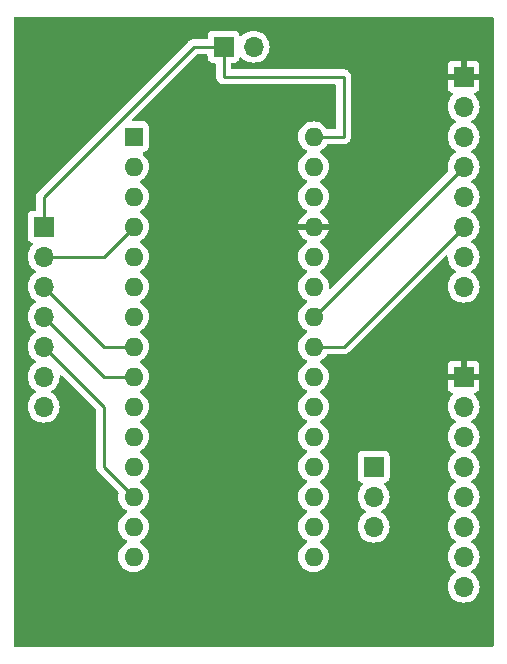
<source format=gbr>
G04 #@! TF.GenerationSoftware,KiCad,Pcbnew,7.0.10*
G04 #@! TF.CreationDate,2024-02-28T18:16:07-05:00*
G04 #@! TF.ProjectId,ApolloAvionics,41706f6c-6c6f-4417-9669-6f6e6963732e,rev?*
G04 #@! TF.SameCoordinates,Original*
G04 #@! TF.FileFunction,Copper,L1,Top*
G04 #@! TF.FilePolarity,Positive*
%FSLAX46Y46*%
G04 Gerber Fmt 4.6, Leading zero omitted, Abs format (unit mm)*
G04 Created by KiCad (PCBNEW 7.0.10) date 2024-02-28 18:16:07*
%MOMM*%
%LPD*%
G01*
G04 APERTURE LIST*
G04 #@! TA.AperFunction,ComponentPad*
%ADD10R,1.700000X1.700000*%
G04 #@! TD*
G04 #@! TA.AperFunction,ComponentPad*
%ADD11O,1.700000X1.700000*%
G04 #@! TD*
G04 #@! TA.AperFunction,ComponentPad*
%ADD12R,1.600000X1.600000*%
G04 #@! TD*
G04 #@! TA.AperFunction,ComponentPad*
%ADD13O,1.600000X1.600000*%
G04 #@! TD*
G04 #@! TA.AperFunction,Conductor*
%ADD14C,0.250000*%
G04 #@! TD*
G04 APERTURE END LIST*
D10*
G04 #@! TO.P,ESC1,1,VCC*
G04 #@! TO.N,Net-(A1-VIN)*
X58420000Y-55880000D03*
D11*
G04 #@! TO.P,ESC1,2,SGND*
G04 #@! TO.N,Net-(ESC1-SGND)*
X58420000Y-58420000D03*
G04 #@! TO.P,ESC1,3,S1*
G04 #@! TO.N,Net-(A1-D5)*
X58420000Y-60960000D03*
G04 #@! TO.P,ESC1,4,S2*
G04 #@! TO.N,Net-(A1-D6)*
X58420000Y-63500000D03*
G04 #@! TO.P,ESC1,5,S3*
G04 #@! TO.N,Net-(A1-D10)*
X58420000Y-66040000D03*
G04 #@! TO.P,ESC1,6,S4*
G04 #@! TO.N,Net-(A1-D9)*
X58420000Y-68580000D03*
G04 #@! TO.P,ESC1,7,GND*
G04 #@! TO.N,GND*
X58420000Y-71120000D03*
G04 #@! TD*
D12*
G04 #@! TO.P,A1,1,D1/TX*
G04 #@! TO.N,unconnected-(A1-D1{slash}TX-Pad1)*
X66040000Y-48260000D03*
D13*
G04 #@! TO.P,A1,2,D0/RX*
G04 #@! TO.N,unconnected-(A1-D0{slash}RX-Pad2)*
X66040000Y-50800000D03*
G04 #@! TO.P,A1,3,~{RESET}*
G04 #@! TO.N,unconnected-(A1-~{RESET}-Pad3)*
X66040000Y-53340000D03*
G04 #@! TO.P,A1,4,GND*
G04 #@! TO.N,Net-(ESC1-SGND)*
X66040000Y-55880000D03*
G04 #@! TO.P,A1,5,D2*
G04 #@! TO.N,unconnected-(A1-D2-Pad5)*
X66040000Y-58420000D03*
G04 #@! TO.P,A1,6,D3*
G04 #@! TO.N,unconnected-(A1-D3-Pad6)*
X66040000Y-60960000D03*
G04 #@! TO.P,A1,7,D4*
G04 #@! TO.N,unconnected-(A1-D4-Pad7)*
X66040000Y-63500000D03*
G04 #@! TO.P,A1,8,D5*
G04 #@! TO.N,Net-(A1-D5)*
X66040000Y-66040000D03*
G04 #@! TO.P,A1,9,D6*
G04 #@! TO.N,Net-(A1-D6)*
X66040000Y-68580000D03*
G04 #@! TO.P,A1,10,D7*
G04 #@! TO.N,unconnected-(A1-D7-Pad10)*
X66040000Y-71120000D03*
G04 #@! TO.P,A1,11,D8*
G04 #@! TO.N,unconnected-(A1-D8-Pad11)*
X66040000Y-73660000D03*
G04 #@! TO.P,A1,12,D9*
G04 #@! TO.N,Net-(A1-D9)*
X66040000Y-76200000D03*
G04 #@! TO.P,A1,13,D10*
G04 #@! TO.N,Net-(A1-D10)*
X66040000Y-78740000D03*
G04 #@! TO.P,A1,14,D11*
G04 #@! TO.N,unconnected-(A1-D11-Pad14)*
X66040000Y-81280000D03*
G04 #@! TO.P,A1,15,D12*
G04 #@! TO.N,unconnected-(A1-D12-Pad15)*
X66040000Y-83820000D03*
G04 #@! TO.P,A1,16,D13*
G04 #@! TO.N,unconnected-(A1-D13-Pad16)*
X81280000Y-83820000D03*
G04 #@! TO.P,A1,17,3V3*
G04 #@! TO.N,Net-(A1-3V3)*
X81280000Y-81280000D03*
G04 #@! TO.P,A1,18,AREF*
G04 #@! TO.N,unconnected-(A1-AREF-Pad18)*
X81280000Y-78740000D03*
G04 #@! TO.P,A1,19,A0*
G04 #@! TO.N,Net-(A1-A0)*
X81280000Y-76200000D03*
G04 #@! TO.P,A1,20,A1*
G04 #@! TO.N,unconnected-(A1-A1-Pad20)*
X81280000Y-73660000D03*
G04 #@! TO.P,A1,21,A2*
G04 #@! TO.N,unconnected-(A1-A2-Pad21)*
X81280000Y-71120000D03*
G04 #@! TO.P,A1,22,A3*
G04 #@! TO.N,unconnected-(A1-A3-Pad22)*
X81280000Y-68580000D03*
G04 #@! TO.P,A1,23,A4*
G04 #@! TO.N,Net-(A1-A4)*
X81280000Y-66040000D03*
G04 #@! TO.P,A1,24,A5*
G04 #@! TO.N,Net-(A1-A5)*
X81280000Y-63500000D03*
G04 #@! TO.P,A1,25,A6*
G04 #@! TO.N,unconnected-(A1-A6-Pad25)*
X81280000Y-60960000D03*
G04 #@! TO.P,A1,26,A7*
G04 #@! TO.N,unconnected-(A1-A7-Pad26)*
X81280000Y-58420000D03*
G04 #@! TO.P,A1,27,+5V*
G04 #@! TO.N,+5V*
X81280000Y-55880000D03*
G04 #@! TO.P,A1,28,~{RESET}*
G04 #@! TO.N,unconnected-(A1-~{RESET}-Pad28)*
X81280000Y-53340000D03*
G04 #@! TO.P,A1,29,GND*
G04 #@! TO.N,GND*
X81280000Y-50800000D03*
G04 #@! TO.P,A1,30,VIN*
G04 #@! TO.N,Net-(A1-VIN)*
X81280000Y-48260000D03*
G04 #@! TD*
D10*
G04 #@! TO.P,BMP1,1,VIN*
G04 #@! TO.N,+5V*
X93980000Y-43180000D03*
D11*
G04 #@! TO.P,BMP1,2,3Vo*
G04 #@! TO.N,unconnected-(BMP1-3Vo-Pad2)*
X93980000Y-45720000D03*
G04 #@! TO.P,BMP1,3,GND*
G04 #@! TO.N,GND*
X93980000Y-48260000D03*
G04 #@! TO.P,BMP1,4,SCL*
G04 #@! TO.N,Net-(A1-A5)*
X93980000Y-50800000D03*
G04 #@! TO.P,BMP1,5,SDO*
G04 #@! TO.N,unconnected-(BMP1-SDO-Pad5)*
X93980000Y-53340000D03*
G04 #@! TO.P,BMP1,6,SDA*
G04 #@! TO.N,Net-(A1-A4)*
X93980000Y-55880000D03*
G04 #@! TO.P,BMP1,7,CS*
G04 #@! TO.N,unconnected-(BMP1-CS-Pad7)*
X93980000Y-58420000D03*
G04 #@! TO.P,BMP1,8,INT*
G04 #@! TO.N,unconnected-(BMP1-INT-Pad8)*
X93980000Y-60960000D03*
G04 #@! TD*
D10*
G04 #@! TO.P,SRV1,1,PWM*
G04 #@! TO.N,Net-(A1-A0)*
X86360000Y-76200000D03*
D11*
G04 #@! TO.P,SRV1,2,+*
G04 #@! TO.N,Net-(A1-3V3)*
X86360000Y-78740000D03*
G04 #@! TO.P,SRV1,3,-*
G04 #@! TO.N,GND*
X86360000Y-81280000D03*
G04 #@! TD*
D10*
G04 #@! TO.P,BT1,1,+*
G04 #@! TO.N,Net-(A1-VIN)*
X73660000Y-40640000D03*
D11*
G04 #@! TO.P,BT1,2,-*
G04 #@! TO.N,GND*
X76200000Y-40640000D03*
G04 #@! TD*
D10*
G04 #@! TO.P,MPU1,1,VCC*
G04 #@! TO.N,+5V*
X93980000Y-68580000D03*
D11*
G04 #@! TO.P,MPU1,2,GND*
G04 #@! TO.N,GND*
X93980000Y-71120000D03*
G04 #@! TO.P,MPU1,3,SCL*
G04 #@! TO.N,Net-(A1-A5)*
X93980000Y-73660000D03*
G04 #@! TO.P,MPU1,4,SDA*
G04 #@! TO.N,Net-(A1-A4)*
X93980000Y-76200000D03*
G04 #@! TO.P,MPU1,5,XDA*
G04 #@! TO.N,unconnected-(MPU1-XDA-Pad5)*
X93980000Y-78740000D03*
G04 #@! TO.P,MPU1,6,XCL*
G04 #@! TO.N,unconnected-(MPU1-XCL-Pad6)*
X93980000Y-81280000D03*
G04 #@! TO.P,MPU1,7,ADO*
G04 #@! TO.N,unconnected-(MPU1-ADO-Pad7)*
X93980000Y-83820000D03*
G04 #@! TO.P,MPU1,8,INT*
G04 #@! TO.N,unconnected-(MPU1-INT-Pad8)*
X93980000Y-86360000D03*
G04 #@! TD*
D14*
G04 #@! TO.N,Net-(ESC1-SGND)*
X63500000Y-58420000D02*
X66040000Y-55880000D01*
X58420000Y-58420000D02*
X63500000Y-58420000D01*
G04 #@! TO.N,Net-(A1-D5)*
X63500000Y-66040000D02*
X66040000Y-66040000D01*
X58420000Y-60960000D02*
X63500000Y-66040000D01*
G04 #@! TO.N,Net-(A1-D6)*
X63500000Y-68580000D02*
X66040000Y-68580000D01*
X58420000Y-63500000D02*
X63500000Y-68580000D01*
G04 #@! TO.N,Net-(A1-D10)*
X63500000Y-71120000D02*
X63500000Y-76200000D01*
X63500000Y-76200000D02*
X66040000Y-78740000D01*
X58420000Y-66040000D02*
X63500000Y-71120000D01*
G04 #@! TO.N,Net-(A1-A4)*
X83820000Y-66040000D02*
X81280000Y-66040000D01*
X93980000Y-55880000D02*
X83820000Y-66040000D01*
G04 #@! TO.N,Net-(A1-A5)*
X93980000Y-50800000D02*
X81280000Y-63500000D01*
G04 #@! TO.N,Net-(A1-VIN)*
X73660000Y-43180000D02*
X83820000Y-43180000D01*
X73660000Y-43180000D02*
X73660000Y-40640000D01*
X58420000Y-53340000D02*
X71120000Y-40640000D01*
X71120000Y-40640000D02*
X73660000Y-40640000D01*
X58420000Y-55880000D02*
X58420000Y-53340000D01*
X83820000Y-48260000D02*
X81280000Y-48260000D01*
X83820000Y-43180000D02*
X83820000Y-48260000D01*
G04 #@! TD*
G04 #@! TA.AperFunction,Conductor*
G04 #@! TO.N,+5V*
G36*
X96462539Y-38120185D02*
G01*
X96508294Y-38172989D01*
X96519500Y-38224500D01*
X96519500Y-91315500D01*
X96499815Y-91382539D01*
X96447011Y-91428294D01*
X96395500Y-91439500D01*
X56004500Y-91439500D01*
X55937461Y-91419815D01*
X55891706Y-91367011D01*
X55880500Y-91315500D01*
X55880500Y-86360000D01*
X92624341Y-86360000D01*
X92644936Y-86595403D01*
X92644938Y-86595413D01*
X92706094Y-86823655D01*
X92706096Y-86823659D01*
X92706097Y-86823663D01*
X92805965Y-87037830D01*
X92805967Y-87037834D01*
X92914281Y-87192521D01*
X92941505Y-87231401D01*
X93108599Y-87398495D01*
X93205384Y-87466265D01*
X93302165Y-87534032D01*
X93302167Y-87534033D01*
X93302170Y-87534035D01*
X93516337Y-87633903D01*
X93744592Y-87695063D01*
X93932918Y-87711539D01*
X93979999Y-87715659D01*
X93980000Y-87715659D01*
X93980001Y-87715659D01*
X94019234Y-87712226D01*
X94215408Y-87695063D01*
X94443663Y-87633903D01*
X94657830Y-87534035D01*
X94851401Y-87398495D01*
X95018495Y-87231401D01*
X95154035Y-87037830D01*
X95253903Y-86823663D01*
X95315063Y-86595408D01*
X95335659Y-86360000D01*
X95315063Y-86124592D01*
X95253903Y-85896337D01*
X95154035Y-85682171D01*
X95018495Y-85488599D01*
X95018494Y-85488597D01*
X94851402Y-85321506D01*
X94851396Y-85321501D01*
X94665842Y-85191575D01*
X94622217Y-85136998D01*
X94615023Y-85067500D01*
X94646546Y-85005145D01*
X94665842Y-84988425D01*
X94719909Y-84950567D01*
X94851401Y-84858495D01*
X95018495Y-84691401D01*
X95154035Y-84497830D01*
X95253903Y-84283663D01*
X95315063Y-84055408D01*
X95335659Y-83820000D01*
X95315063Y-83584592D01*
X95253903Y-83356337D01*
X95154035Y-83142171D01*
X95018495Y-82948599D01*
X95018494Y-82948597D01*
X94851402Y-82781506D01*
X94851396Y-82781501D01*
X94665842Y-82651575D01*
X94622217Y-82596998D01*
X94615023Y-82527500D01*
X94646546Y-82465145D01*
X94665842Y-82448425D01*
X94719909Y-82410567D01*
X94851401Y-82318495D01*
X95018495Y-82151401D01*
X95154035Y-81957830D01*
X95253903Y-81743663D01*
X95315063Y-81515408D01*
X95335659Y-81280000D01*
X95315063Y-81044592D01*
X95253903Y-80816337D01*
X95154035Y-80602171D01*
X95018495Y-80408599D01*
X95018494Y-80408597D01*
X94851402Y-80241506D01*
X94851396Y-80241501D01*
X94665842Y-80111575D01*
X94622217Y-80056998D01*
X94615023Y-79987500D01*
X94646546Y-79925145D01*
X94665842Y-79908425D01*
X94719909Y-79870567D01*
X94851401Y-79778495D01*
X95018495Y-79611401D01*
X95154035Y-79417830D01*
X95253903Y-79203663D01*
X95315063Y-78975408D01*
X95335659Y-78740000D01*
X95315063Y-78504592D01*
X95253903Y-78276337D01*
X95154035Y-78062171D01*
X95018495Y-77868599D01*
X95018494Y-77868597D01*
X94851402Y-77701506D01*
X94851396Y-77701501D01*
X94665842Y-77571575D01*
X94622217Y-77516998D01*
X94615023Y-77447500D01*
X94646546Y-77385145D01*
X94665842Y-77368425D01*
X94719909Y-77330567D01*
X94851401Y-77238495D01*
X95018495Y-77071401D01*
X95154035Y-76877830D01*
X95253903Y-76663663D01*
X95315063Y-76435408D01*
X95335659Y-76200000D01*
X95315063Y-75964592D01*
X95253903Y-75736337D01*
X95154035Y-75522171D01*
X95018495Y-75328599D01*
X95018494Y-75328597D01*
X94851402Y-75161506D01*
X94851396Y-75161501D01*
X94665842Y-75031575D01*
X94622217Y-74976998D01*
X94615023Y-74907500D01*
X94646546Y-74845145D01*
X94665842Y-74828425D01*
X94719909Y-74790567D01*
X94851401Y-74698495D01*
X95018495Y-74531401D01*
X95154035Y-74337830D01*
X95253903Y-74123663D01*
X95315063Y-73895408D01*
X95335659Y-73660000D01*
X95315063Y-73424592D01*
X95253903Y-73196337D01*
X95154035Y-72982171D01*
X95018495Y-72788599D01*
X95018494Y-72788597D01*
X94851402Y-72621506D01*
X94851396Y-72621501D01*
X94665842Y-72491575D01*
X94622217Y-72436998D01*
X94615023Y-72367500D01*
X94646546Y-72305145D01*
X94665842Y-72288425D01*
X94719909Y-72250567D01*
X94851401Y-72158495D01*
X95018495Y-71991401D01*
X95154035Y-71797830D01*
X95253903Y-71583663D01*
X95315063Y-71355408D01*
X95335659Y-71120000D01*
X95315063Y-70884592D01*
X95253903Y-70656337D01*
X95154035Y-70442171D01*
X95018495Y-70248599D01*
X94896179Y-70126283D01*
X94862696Y-70064963D01*
X94867680Y-69995271D01*
X94909551Y-69939337D01*
X94940529Y-69922422D01*
X95072086Y-69873354D01*
X95072093Y-69873350D01*
X95187187Y-69787190D01*
X95187190Y-69787187D01*
X95273350Y-69672093D01*
X95273354Y-69672086D01*
X95323596Y-69537379D01*
X95323598Y-69537372D01*
X95329999Y-69477844D01*
X95330000Y-69477827D01*
X95330000Y-68830000D01*
X94413686Y-68830000D01*
X94439493Y-68789844D01*
X94480000Y-68651889D01*
X94480000Y-68508111D01*
X94439493Y-68370156D01*
X94413686Y-68330000D01*
X95330000Y-68330000D01*
X95330000Y-67682172D01*
X95329999Y-67682155D01*
X95323598Y-67622627D01*
X95323596Y-67622620D01*
X95273354Y-67487913D01*
X95273350Y-67487906D01*
X95187190Y-67372812D01*
X95187187Y-67372809D01*
X95072093Y-67286649D01*
X95072086Y-67286645D01*
X94937379Y-67236403D01*
X94937372Y-67236401D01*
X94877844Y-67230000D01*
X94230000Y-67230000D01*
X94230000Y-68144498D01*
X94122315Y-68095320D01*
X94015763Y-68080000D01*
X93944237Y-68080000D01*
X93837685Y-68095320D01*
X93730000Y-68144498D01*
X93730000Y-67230000D01*
X93082155Y-67230000D01*
X93022627Y-67236401D01*
X93022620Y-67236403D01*
X92887913Y-67286645D01*
X92887906Y-67286649D01*
X92772812Y-67372809D01*
X92772809Y-67372812D01*
X92686649Y-67487906D01*
X92686645Y-67487913D01*
X92636403Y-67622620D01*
X92636401Y-67622627D01*
X92630000Y-67682155D01*
X92630000Y-68330000D01*
X93546314Y-68330000D01*
X93520507Y-68370156D01*
X93480000Y-68508111D01*
X93480000Y-68651889D01*
X93520507Y-68789844D01*
X93546314Y-68830000D01*
X92630000Y-68830000D01*
X92630000Y-69477844D01*
X92636401Y-69537372D01*
X92636403Y-69537379D01*
X92686645Y-69672086D01*
X92686649Y-69672093D01*
X92772809Y-69787187D01*
X92772812Y-69787190D01*
X92887906Y-69873350D01*
X92887913Y-69873354D01*
X93019470Y-69922421D01*
X93075403Y-69964292D01*
X93099821Y-70029756D01*
X93084970Y-70098029D01*
X93063819Y-70126284D01*
X92941503Y-70248600D01*
X92805965Y-70442169D01*
X92805964Y-70442171D01*
X92706098Y-70656335D01*
X92706094Y-70656344D01*
X92644938Y-70884586D01*
X92644936Y-70884596D01*
X92624341Y-71119999D01*
X92624341Y-71120000D01*
X92644936Y-71355403D01*
X92644938Y-71355413D01*
X92706094Y-71583655D01*
X92706096Y-71583659D01*
X92706097Y-71583663D01*
X92794262Y-71772732D01*
X92805965Y-71797830D01*
X92805967Y-71797834D01*
X92941501Y-71991395D01*
X92941506Y-71991402D01*
X93108597Y-72158493D01*
X93108603Y-72158498D01*
X93294158Y-72288425D01*
X93337783Y-72343002D01*
X93344977Y-72412500D01*
X93313454Y-72474855D01*
X93294158Y-72491575D01*
X93108597Y-72621505D01*
X92941505Y-72788597D01*
X92805965Y-72982169D01*
X92805964Y-72982171D01*
X92706098Y-73196335D01*
X92706094Y-73196344D01*
X92644938Y-73424586D01*
X92644936Y-73424596D01*
X92624341Y-73659999D01*
X92624341Y-73660000D01*
X92644936Y-73895403D01*
X92644938Y-73895413D01*
X92706094Y-74123655D01*
X92706096Y-74123659D01*
X92706097Y-74123663D01*
X92794262Y-74312732D01*
X92805965Y-74337830D01*
X92805967Y-74337834D01*
X92941501Y-74531395D01*
X92941506Y-74531402D01*
X93108597Y-74698493D01*
X93108603Y-74698498D01*
X93294158Y-74828425D01*
X93337783Y-74883002D01*
X93344977Y-74952500D01*
X93313454Y-75014855D01*
X93294158Y-75031575D01*
X93108597Y-75161505D01*
X92941505Y-75328597D01*
X92805965Y-75522169D01*
X92805964Y-75522171D01*
X92706098Y-75736335D01*
X92706094Y-75736344D01*
X92644938Y-75964586D01*
X92644936Y-75964596D01*
X92624341Y-76199999D01*
X92624341Y-76200000D01*
X92644936Y-76435403D01*
X92644938Y-76435413D01*
X92706094Y-76663655D01*
X92706096Y-76663659D01*
X92706097Y-76663663D01*
X92794262Y-76852732D01*
X92805965Y-76877830D01*
X92805967Y-76877834D01*
X92941501Y-77071395D01*
X92941506Y-77071402D01*
X93108597Y-77238493D01*
X93108603Y-77238498D01*
X93294158Y-77368425D01*
X93337783Y-77423002D01*
X93344977Y-77492500D01*
X93313454Y-77554855D01*
X93294158Y-77571575D01*
X93108597Y-77701505D01*
X92941505Y-77868597D01*
X92805965Y-78062169D01*
X92805964Y-78062171D01*
X92706098Y-78276335D01*
X92706094Y-78276344D01*
X92644938Y-78504586D01*
X92644936Y-78504596D01*
X92624341Y-78739999D01*
X92624341Y-78740000D01*
X92644936Y-78975403D01*
X92644938Y-78975413D01*
X92706094Y-79203655D01*
X92706096Y-79203659D01*
X92706097Y-79203663D01*
X92794262Y-79392732D01*
X92805965Y-79417830D01*
X92805967Y-79417834D01*
X92941501Y-79611395D01*
X92941506Y-79611402D01*
X93108597Y-79778493D01*
X93108603Y-79778498D01*
X93294158Y-79908425D01*
X93337783Y-79963002D01*
X93344977Y-80032500D01*
X93313454Y-80094855D01*
X93294158Y-80111575D01*
X93108597Y-80241505D01*
X92941505Y-80408597D01*
X92805965Y-80602169D01*
X92805964Y-80602171D01*
X92706098Y-80816335D01*
X92706094Y-80816344D01*
X92644938Y-81044586D01*
X92644936Y-81044596D01*
X92624341Y-81279999D01*
X92624341Y-81280000D01*
X92644936Y-81515403D01*
X92644938Y-81515413D01*
X92706094Y-81743655D01*
X92706096Y-81743659D01*
X92706097Y-81743663D01*
X92794262Y-81932732D01*
X92805965Y-81957830D01*
X92805967Y-81957834D01*
X92941501Y-82151395D01*
X92941506Y-82151402D01*
X93108597Y-82318493D01*
X93108603Y-82318498D01*
X93294158Y-82448425D01*
X93337783Y-82503002D01*
X93344977Y-82572500D01*
X93313454Y-82634855D01*
X93294158Y-82651575D01*
X93108597Y-82781505D01*
X92941505Y-82948597D01*
X92805965Y-83142169D01*
X92805964Y-83142171D01*
X92706098Y-83356335D01*
X92706094Y-83356344D01*
X92644938Y-83584586D01*
X92644936Y-83584596D01*
X92624341Y-83819999D01*
X92624341Y-83820000D01*
X92644936Y-84055403D01*
X92644938Y-84055413D01*
X92706094Y-84283655D01*
X92706096Y-84283659D01*
X92706097Y-84283663D01*
X92794262Y-84472732D01*
X92805965Y-84497830D01*
X92805967Y-84497834D01*
X92941501Y-84691395D01*
X92941506Y-84691402D01*
X93108597Y-84858493D01*
X93108603Y-84858498D01*
X93294158Y-84988425D01*
X93337783Y-85043002D01*
X93344977Y-85112500D01*
X93313454Y-85174855D01*
X93294158Y-85191575D01*
X93108597Y-85321505D01*
X92941505Y-85488597D01*
X92805965Y-85682169D01*
X92805964Y-85682171D01*
X92706098Y-85896335D01*
X92706094Y-85896344D01*
X92644938Y-86124586D01*
X92644936Y-86124596D01*
X92624341Y-86359999D01*
X92624341Y-86360000D01*
X55880500Y-86360000D01*
X55880500Y-71120000D01*
X57064341Y-71120000D01*
X57084936Y-71355403D01*
X57084938Y-71355413D01*
X57146094Y-71583655D01*
X57146096Y-71583659D01*
X57146097Y-71583663D01*
X57234262Y-71772732D01*
X57245965Y-71797830D01*
X57245967Y-71797834D01*
X57354281Y-71952521D01*
X57381505Y-71991401D01*
X57548599Y-72158495D01*
X57645384Y-72226265D01*
X57742165Y-72294032D01*
X57742167Y-72294033D01*
X57742170Y-72294035D01*
X57956337Y-72393903D01*
X58184592Y-72455063D01*
X58372918Y-72471539D01*
X58419999Y-72475659D01*
X58420000Y-72475659D01*
X58420001Y-72475659D01*
X58459234Y-72472226D01*
X58655408Y-72455063D01*
X58883663Y-72393903D01*
X59097830Y-72294035D01*
X59291401Y-72158495D01*
X59458495Y-71991401D01*
X59594035Y-71797830D01*
X59693903Y-71583663D01*
X59755063Y-71355408D01*
X59775659Y-71120000D01*
X59755063Y-70884592D01*
X59693903Y-70656337D01*
X59594035Y-70442171D01*
X59458495Y-70248599D01*
X59458494Y-70248597D01*
X59291402Y-70081506D01*
X59291396Y-70081501D01*
X59105842Y-69951575D01*
X59062217Y-69896998D01*
X59055023Y-69827500D01*
X59086546Y-69765145D01*
X59105842Y-69748425D01*
X59214865Y-69672086D01*
X59291401Y-69618495D01*
X59458495Y-69451401D01*
X59594035Y-69257830D01*
X59693903Y-69043663D01*
X59755063Y-68815408D01*
X59775659Y-68580000D01*
X59775659Y-68579998D01*
X59775659Y-68579611D01*
X59775707Y-68579445D01*
X59776131Y-68574606D01*
X59777103Y-68574691D01*
X59795344Y-68512572D01*
X59848148Y-68466817D01*
X59917306Y-68456873D01*
X59980862Y-68485898D01*
X59987326Y-68491917D01*
X61302149Y-69806739D01*
X62838181Y-71342771D01*
X62871666Y-71404094D01*
X62874500Y-71430452D01*
X62874500Y-76117255D01*
X62872775Y-76132872D01*
X62873061Y-76132899D01*
X62872326Y-76140665D01*
X62874439Y-76207872D01*
X62874500Y-76211767D01*
X62874500Y-76239357D01*
X62875003Y-76243335D01*
X62875918Y-76254967D01*
X62877290Y-76298624D01*
X62877291Y-76298627D01*
X62882880Y-76317867D01*
X62886824Y-76336911D01*
X62887542Y-76342590D01*
X62889336Y-76356792D01*
X62905414Y-76397403D01*
X62909197Y-76408452D01*
X62921381Y-76450388D01*
X62931580Y-76467634D01*
X62940138Y-76485103D01*
X62947514Y-76503732D01*
X62973181Y-76539060D01*
X62979593Y-76548821D01*
X63001828Y-76586417D01*
X63001833Y-76586424D01*
X63015990Y-76600580D01*
X63028627Y-76615375D01*
X63040406Y-76631587D01*
X63058418Y-76646488D01*
X63074057Y-76659425D01*
X63082698Y-76667288D01*
X64740586Y-78325177D01*
X64774071Y-78386500D01*
X64772680Y-78444949D01*
X64754367Y-78513296D01*
X64754364Y-78513313D01*
X64734532Y-78739999D01*
X64734532Y-78740001D01*
X64754364Y-78966686D01*
X64754366Y-78966697D01*
X64813258Y-79186488D01*
X64813261Y-79186497D01*
X64909431Y-79392732D01*
X64909432Y-79392734D01*
X65039954Y-79579141D01*
X65200858Y-79740045D01*
X65200861Y-79740047D01*
X65387266Y-79870568D01*
X65445275Y-79897618D01*
X65497714Y-79943791D01*
X65516866Y-80010984D01*
X65496650Y-80077865D01*
X65445275Y-80122382D01*
X65387267Y-80149431D01*
X65387265Y-80149432D01*
X65200858Y-80279954D01*
X65039954Y-80440858D01*
X64909432Y-80627265D01*
X64909431Y-80627267D01*
X64813261Y-80833502D01*
X64813258Y-80833511D01*
X64754366Y-81053302D01*
X64754364Y-81053313D01*
X64734532Y-81279998D01*
X64734532Y-81280001D01*
X64754364Y-81506686D01*
X64754366Y-81506697D01*
X64813258Y-81726488D01*
X64813261Y-81726497D01*
X64909431Y-81932732D01*
X64909432Y-81932734D01*
X65039954Y-82119141D01*
X65200858Y-82280045D01*
X65200861Y-82280047D01*
X65387266Y-82410568D01*
X65445275Y-82437618D01*
X65497714Y-82483791D01*
X65516866Y-82550984D01*
X65496650Y-82617865D01*
X65445275Y-82662382D01*
X65387267Y-82689431D01*
X65387265Y-82689432D01*
X65200858Y-82819954D01*
X65039954Y-82980858D01*
X64909432Y-83167265D01*
X64909431Y-83167267D01*
X64813261Y-83373502D01*
X64813258Y-83373511D01*
X64754366Y-83593302D01*
X64754364Y-83593313D01*
X64734532Y-83819998D01*
X64734532Y-83820001D01*
X64754364Y-84046686D01*
X64754366Y-84046697D01*
X64813258Y-84266488D01*
X64813261Y-84266497D01*
X64909431Y-84472732D01*
X64909432Y-84472734D01*
X65039954Y-84659141D01*
X65200858Y-84820045D01*
X65200861Y-84820047D01*
X65387266Y-84950568D01*
X65593504Y-85046739D01*
X65813308Y-85105635D01*
X65975230Y-85119801D01*
X66039998Y-85125468D01*
X66040000Y-85125468D01*
X66040002Y-85125468D01*
X66096673Y-85120509D01*
X66266692Y-85105635D01*
X66486496Y-85046739D01*
X66692734Y-84950568D01*
X66879139Y-84820047D01*
X67040047Y-84659139D01*
X67170568Y-84472734D01*
X67266739Y-84266496D01*
X67325635Y-84046692D01*
X67345468Y-83820000D01*
X67325635Y-83593308D01*
X67266739Y-83373504D01*
X67170568Y-83167266D01*
X67040047Y-82980861D01*
X67040045Y-82980858D01*
X66879141Y-82819954D01*
X66692734Y-82689432D01*
X66692728Y-82689429D01*
X66634725Y-82662382D01*
X66582285Y-82616210D01*
X66563133Y-82549017D01*
X66583348Y-82482135D01*
X66634725Y-82437618D01*
X66692734Y-82410568D01*
X66879139Y-82280047D01*
X67040047Y-82119139D01*
X67170568Y-81932734D01*
X67266739Y-81726496D01*
X67325635Y-81506692D01*
X67345468Y-81280000D01*
X67325635Y-81053308D01*
X67266739Y-80833504D01*
X67170568Y-80627266D01*
X67040047Y-80440861D01*
X67040045Y-80440858D01*
X66879141Y-80279954D01*
X66692734Y-80149432D01*
X66692728Y-80149429D01*
X66634725Y-80122382D01*
X66582285Y-80076210D01*
X66563133Y-80009017D01*
X66583348Y-79942135D01*
X66634725Y-79897618D01*
X66692734Y-79870568D01*
X66879139Y-79740047D01*
X67040047Y-79579139D01*
X67170568Y-79392734D01*
X67266739Y-79186496D01*
X67325635Y-78966692D01*
X67345468Y-78740000D01*
X67325635Y-78513308D01*
X67266739Y-78293504D01*
X67170568Y-78087266D01*
X67040047Y-77900861D01*
X67040045Y-77900858D01*
X66879141Y-77739954D01*
X66692734Y-77609432D01*
X66692728Y-77609429D01*
X66665038Y-77596517D01*
X66634724Y-77582381D01*
X66582285Y-77536210D01*
X66563133Y-77469017D01*
X66583348Y-77402135D01*
X66634725Y-77357618D01*
X66692734Y-77330568D01*
X66879139Y-77200047D01*
X67040047Y-77039139D01*
X67170568Y-76852734D01*
X67266739Y-76646496D01*
X67325635Y-76426692D01*
X67345468Y-76200000D01*
X67325635Y-75973308D01*
X67266739Y-75753504D01*
X67170568Y-75547266D01*
X67040047Y-75360861D01*
X67040045Y-75360858D01*
X66879141Y-75199954D01*
X66692734Y-75069432D01*
X66692728Y-75069429D01*
X66634725Y-75042382D01*
X66582285Y-74996210D01*
X66563133Y-74929017D01*
X66583348Y-74862135D01*
X66634725Y-74817618D01*
X66692734Y-74790568D01*
X66879139Y-74660047D01*
X67040047Y-74499139D01*
X67170568Y-74312734D01*
X67266739Y-74106496D01*
X67325635Y-73886692D01*
X67345468Y-73660000D01*
X67325635Y-73433308D01*
X67266739Y-73213504D01*
X67170568Y-73007266D01*
X67040047Y-72820861D01*
X67040045Y-72820858D01*
X66879141Y-72659954D01*
X66692734Y-72529432D01*
X66692728Y-72529429D01*
X66634725Y-72502382D01*
X66582285Y-72456210D01*
X66563133Y-72389017D01*
X66583348Y-72322135D01*
X66634725Y-72277618D01*
X66692734Y-72250568D01*
X66879139Y-72120047D01*
X67040047Y-71959139D01*
X67170568Y-71772734D01*
X67266739Y-71566496D01*
X67325635Y-71346692D01*
X67345468Y-71120000D01*
X67325635Y-70893308D01*
X67266739Y-70673504D01*
X67170568Y-70467266D01*
X67040047Y-70280861D01*
X67040045Y-70280858D01*
X66879141Y-70119954D01*
X66692734Y-69989432D01*
X66692728Y-69989429D01*
X66634725Y-69962382D01*
X66582285Y-69916210D01*
X66563133Y-69849017D01*
X66583348Y-69782135D01*
X66634725Y-69737618D01*
X66692734Y-69710568D01*
X66879139Y-69580047D01*
X67040047Y-69419139D01*
X67170568Y-69232734D01*
X67266739Y-69026496D01*
X67325635Y-68806692D01*
X67345468Y-68580000D01*
X67345419Y-68579445D01*
X67325635Y-68353313D01*
X67325635Y-68353308D01*
X67266739Y-68133504D01*
X67170568Y-67927266D01*
X67040047Y-67740861D01*
X67040045Y-67740858D01*
X66879141Y-67579954D01*
X66692734Y-67449432D01*
X66692728Y-67449429D01*
X66634725Y-67422382D01*
X66582285Y-67376210D01*
X66563133Y-67309017D01*
X66583348Y-67242135D01*
X66634725Y-67197618D01*
X66692734Y-67170568D01*
X66879139Y-67040047D01*
X67040047Y-66879139D01*
X67170568Y-66692734D01*
X67266739Y-66486496D01*
X67325635Y-66266692D01*
X67345468Y-66040000D01*
X67325635Y-65813308D01*
X67266739Y-65593504D01*
X67170568Y-65387266D01*
X67040047Y-65200861D01*
X67040045Y-65200858D01*
X66879141Y-65039954D01*
X66692734Y-64909432D01*
X66692728Y-64909429D01*
X66634725Y-64882382D01*
X66582285Y-64836210D01*
X66563133Y-64769017D01*
X66583348Y-64702135D01*
X66634725Y-64657618D01*
X66692734Y-64630568D01*
X66879139Y-64500047D01*
X67040047Y-64339139D01*
X67170568Y-64152734D01*
X67266739Y-63946496D01*
X67325635Y-63726692D01*
X67345468Y-63500000D01*
X67325635Y-63273308D01*
X67266739Y-63053504D01*
X67170568Y-62847266D01*
X67040047Y-62660861D01*
X67040045Y-62660858D01*
X66879141Y-62499954D01*
X66692734Y-62369432D01*
X66692728Y-62369429D01*
X66634725Y-62342382D01*
X66582285Y-62296210D01*
X66563133Y-62229017D01*
X66583348Y-62162135D01*
X66634725Y-62117618D01*
X66692734Y-62090568D01*
X66879139Y-61960047D01*
X67040047Y-61799139D01*
X67170568Y-61612734D01*
X67266739Y-61406496D01*
X67325635Y-61186692D01*
X67345468Y-60960000D01*
X67325635Y-60733308D01*
X67266739Y-60513504D01*
X67170568Y-60307266D01*
X67040047Y-60120861D01*
X67040045Y-60120858D01*
X66879141Y-59959954D01*
X66692734Y-59829432D01*
X66692728Y-59829429D01*
X66634725Y-59802382D01*
X66582285Y-59756210D01*
X66563133Y-59689017D01*
X66583348Y-59622135D01*
X66634725Y-59577618D01*
X66692734Y-59550568D01*
X66879139Y-59420047D01*
X67040047Y-59259139D01*
X67170568Y-59072734D01*
X67266739Y-58866496D01*
X67325635Y-58646692D01*
X67345468Y-58420000D01*
X67325635Y-58193308D01*
X67266739Y-57973504D01*
X67170568Y-57767266D01*
X67040047Y-57580861D01*
X67040045Y-57580858D01*
X66879141Y-57419954D01*
X66692734Y-57289432D01*
X66692728Y-57289429D01*
X66665038Y-57276517D01*
X66634724Y-57262381D01*
X66582285Y-57216210D01*
X66563133Y-57149017D01*
X66583348Y-57082135D01*
X66634725Y-57037618D01*
X66635319Y-57037341D01*
X66692734Y-57010568D01*
X66879139Y-56880047D01*
X67040047Y-56719139D01*
X67170568Y-56532734D01*
X67266739Y-56326496D01*
X67325635Y-56106692D01*
X67345468Y-55880000D01*
X67325635Y-55653308D01*
X67266739Y-55433504D01*
X67170568Y-55227266D01*
X67040047Y-55040861D01*
X67040045Y-55040858D01*
X66879141Y-54879954D01*
X66692734Y-54749432D01*
X66692728Y-54749429D01*
X66634725Y-54722382D01*
X66582285Y-54676210D01*
X66563133Y-54609017D01*
X66583348Y-54542135D01*
X66634725Y-54497618D01*
X66692734Y-54470568D01*
X66879139Y-54340047D01*
X67040047Y-54179139D01*
X67170568Y-53992734D01*
X67266739Y-53786496D01*
X67325635Y-53566692D01*
X67345468Y-53340000D01*
X67325635Y-53113308D01*
X67266739Y-52893504D01*
X67170568Y-52687266D01*
X67040047Y-52500861D01*
X67040045Y-52500858D01*
X66879141Y-52339954D01*
X66692734Y-52209432D01*
X66692728Y-52209429D01*
X66634725Y-52182382D01*
X66582285Y-52136210D01*
X66563133Y-52069017D01*
X66583348Y-52002135D01*
X66634725Y-51957618D01*
X66692734Y-51930568D01*
X66879139Y-51800047D01*
X67040047Y-51639139D01*
X67170568Y-51452734D01*
X67266739Y-51246496D01*
X67325635Y-51026692D01*
X67345468Y-50800000D01*
X67325635Y-50573308D01*
X67266739Y-50353504D01*
X67170568Y-50147266D01*
X67040047Y-49960861D01*
X67040045Y-49960858D01*
X66879143Y-49799956D01*
X66854536Y-49782726D01*
X66810912Y-49728149D01*
X66803719Y-49658650D01*
X66835241Y-49596296D01*
X66895471Y-49560882D01*
X66912404Y-49557861D01*
X66947483Y-49554091D01*
X67082331Y-49503796D01*
X67197546Y-49417546D01*
X67283796Y-49302331D01*
X67334091Y-49167483D01*
X67340500Y-49107873D01*
X67340499Y-47412128D01*
X67334091Y-47352517D01*
X67299567Y-47259954D01*
X67283797Y-47217671D01*
X67283793Y-47217664D01*
X67197547Y-47102455D01*
X67197544Y-47102452D01*
X67082335Y-47016206D01*
X67082328Y-47016202D01*
X66947482Y-46965908D01*
X66947483Y-46965908D01*
X66887883Y-46959501D01*
X66887881Y-46959500D01*
X66887873Y-46959500D01*
X66887865Y-46959500D01*
X65984451Y-46959500D01*
X65917412Y-46939815D01*
X65871657Y-46887011D01*
X65861713Y-46817853D01*
X65890738Y-46754297D01*
X65896770Y-46747819D01*
X67159994Y-45484596D01*
X71342772Y-41301819D01*
X71404095Y-41268334D01*
X71430453Y-41265500D01*
X72185501Y-41265500D01*
X72252540Y-41285185D01*
X72298295Y-41337989D01*
X72309501Y-41389500D01*
X72309501Y-41537876D01*
X72315908Y-41597483D01*
X72366202Y-41732328D01*
X72366206Y-41732335D01*
X72452452Y-41847544D01*
X72452455Y-41847547D01*
X72567664Y-41933793D01*
X72567671Y-41933797D01*
X72612618Y-41950561D01*
X72702517Y-41984091D01*
X72762127Y-41990500D01*
X72910500Y-41990499D01*
X72977539Y-42010183D01*
X73023294Y-42062987D01*
X73034500Y-42114499D01*
X73034500Y-43109152D01*
X73032305Y-43132382D01*
X73030773Y-43140414D01*
X73034255Y-43195757D01*
X73034500Y-43203543D01*
X73034500Y-43219356D01*
X73036481Y-43235037D01*
X73037213Y-43242785D01*
X73040696Y-43298138D01*
X73043222Y-43305914D01*
X73048309Y-43328672D01*
X73049334Y-43336784D01*
X73049336Y-43336791D01*
X73069753Y-43388359D01*
X73072390Y-43395685D01*
X73089532Y-43448440D01*
X73093907Y-43455333D01*
X73104503Y-43476129D01*
X73107511Y-43483726D01*
X73107513Y-43483730D01*
X73107514Y-43483732D01*
X73140121Y-43528612D01*
X73144498Y-43535053D01*
X73174213Y-43581875D01*
X73174213Y-43581876D01*
X73180164Y-43587464D01*
X73195604Y-43604978D01*
X73200403Y-43611585D01*
X73243146Y-43646945D01*
X73248978Y-43652087D01*
X73289418Y-43690062D01*
X73296578Y-43693998D01*
X73315879Y-43707114D01*
X73322177Y-43712324D01*
X73322178Y-43712324D01*
X73322179Y-43712325D01*
X73372362Y-43735939D01*
X73379305Y-43739477D01*
X73427903Y-43766195D01*
X73427905Y-43766195D01*
X73427908Y-43766197D01*
X73433205Y-43767556D01*
X73435814Y-43768227D01*
X73457776Y-43776132D01*
X73465174Y-43779614D01*
X73519666Y-43790008D01*
X73527263Y-43791707D01*
X73580981Y-43805500D01*
X73589153Y-43805500D01*
X73612385Y-43807696D01*
X73613989Y-43808001D01*
X73620412Y-43809227D01*
X73620413Y-43809226D01*
X73620414Y-43809227D01*
X73675759Y-43805745D01*
X73683545Y-43805500D01*
X83070500Y-43805500D01*
X83137539Y-43825185D01*
X83183294Y-43877989D01*
X83194500Y-43929500D01*
X83194500Y-47510500D01*
X83174815Y-47577539D01*
X83122011Y-47623294D01*
X83070500Y-47634500D01*
X82494188Y-47634500D01*
X82427149Y-47614815D01*
X82392613Y-47581623D01*
X82280045Y-47420858D01*
X82119141Y-47259954D01*
X81932734Y-47129432D01*
X81932732Y-47129431D01*
X81726497Y-47033261D01*
X81726488Y-47033258D01*
X81506697Y-46974366D01*
X81506693Y-46974365D01*
X81506692Y-46974365D01*
X81506691Y-46974364D01*
X81506686Y-46974364D01*
X81280002Y-46954532D01*
X81279998Y-46954532D01*
X81053313Y-46974364D01*
X81053302Y-46974366D01*
X80833511Y-47033258D01*
X80833502Y-47033261D01*
X80627267Y-47129431D01*
X80627265Y-47129432D01*
X80440858Y-47259954D01*
X80279954Y-47420858D01*
X80149432Y-47607265D01*
X80149431Y-47607267D01*
X80053261Y-47813502D01*
X80053258Y-47813511D01*
X79994366Y-48033302D01*
X79994364Y-48033313D01*
X79974532Y-48259998D01*
X79974532Y-48260001D01*
X79994364Y-48486686D01*
X79994366Y-48486697D01*
X80053258Y-48706488D01*
X80053261Y-48706497D01*
X80149431Y-48912732D01*
X80149432Y-48912734D01*
X80279954Y-49099141D01*
X80440858Y-49260045D01*
X80440861Y-49260047D01*
X80627266Y-49390568D01*
X80685275Y-49417618D01*
X80737714Y-49463791D01*
X80756866Y-49530984D01*
X80736650Y-49597865D01*
X80685275Y-49642382D01*
X80627267Y-49669431D01*
X80627265Y-49669432D01*
X80440858Y-49799954D01*
X80279954Y-49960858D01*
X80149432Y-50147265D01*
X80149431Y-50147267D01*
X80053261Y-50353502D01*
X80053258Y-50353511D01*
X79994366Y-50573302D01*
X79994364Y-50573313D01*
X79974532Y-50799998D01*
X79974532Y-50800001D01*
X79994364Y-51026686D01*
X79994366Y-51026697D01*
X80053258Y-51246488D01*
X80053261Y-51246497D01*
X80149431Y-51452732D01*
X80149432Y-51452734D01*
X80279954Y-51639141D01*
X80440858Y-51800045D01*
X80440861Y-51800047D01*
X80627266Y-51930568D01*
X80685275Y-51957618D01*
X80737714Y-52003791D01*
X80756866Y-52070984D01*
X80736650Y-52137865D01*
X80685275Y-52182382D01*
X80627267Y-52209431D01*
X80627265Y-52209432D01*
X80440858Y-52339954D01*
X80279954Y-52500858D01*
X80149432Y-52687265D01*
X80149431Y-52687267D01*
X80053261Y-52893502D01*
X80053258Y-52893511D01*
X79994366Y-53113302D01*
X79994364Y-53113313D01*
X79974532Y-53339998D01*
X79974532Y-53340001D01*
X79994364Y-53566686D01*
X79994366Y-53566697D01*
X80053258Y-53786488D01*
X80053261Y-53786497D01*
X80149431Y-53992732D01*
X80149432Y-53992734D01*
X80279954Y-54179141D01*
X80440858Y-54340045D01*
X80440861Y-54340047D01*
X80627266Y-54470568D01*
X80685865Y-54497893D01*
X80738305Y-54544065D01*
X80757457Y-54611258D01*
X80737242Y-54678139D01*
X80685867Y-54722657D01*
X80627515Y-54749867D01*
X80441179Y-54880342D01*
X80280342Y-55041179D01*
X80149865Y-55227517D01*
X80053734Y-55433673D01*
X80053730Y-55433682D01*
X80001127Y-55629999D01*
X80001128Y-55630000D01*
X80846314Y-55630000D01*
X80820507Y-55670156D01*
X80780000Y-55808111D01*
X80780000Y-55951889D01*
X80820507Y-56089844D01*
X80846314Y-56130000D01*
X80001128Y-56130000D01*
X80053730Y-56326317D01*
X80053734Y-56326326D01*
X80149865Y-56532482D01*
X80280342Y-56718820D01*
X80441179Y-56879657D01*
X80627518Y-57010134D01*
X80627520Y-57010135D01*
X80685865Y-57037342D01*
X80738305Y-57083514D01*
X80757457Y-57150707D01*
X80737242Y-57217589D01*
X80685867Y-57262105D01*
X80627268Y-57289431D01*
X80627264Y-57289433D01*
X80440858Y-57419954D01*
X80279954Y-57580858D01*
X80149432Y-57767265D01*
X80149431Y-57767267D01*
X80053261Y-57973502D01*
X80053258Y-57973511D01*
X79994366Y-58193302D01*
X79994364Y-58193313D01*
X79974532Y-58419998D01*
X79974532Y-58420001D01*
X79994364Y-58646686D01*
X79994366Y-58646697D01*
X80053258Y-58866488D01*
X80053261Y-58866497D01*
X80149431Y-59072732D01*
X80149432Y-59072734D01*
X80279954Y-59259141D01*
X80440858Y-59420045D01*
X80440861Y-59420047D01*
X80627266Y-59550568D01*
X80685275Y-59577618D01*
X80737714Y-59623791D01*
X80756866Y-59690984D01*
X80736650Y-59757865D01*
X80685275Y-59802382D01*
X80627267Y-59829431D01*
X80627265Y-59829432D01*
X80440858Y-59959954D01*
X80279954Y-60120858D01*
X80149432Y-60307265D01*
X80149431Y-60307267D01*
X80053261Y-60513502D01*
X80053258Y-60513511D01*
X79994366Y-60733302D01*
X79994364Y-60733313D01*
X79974532Y-60959998D01*
X79974532Y-60960001D01*
X79994364Y-61186686D01*
X79994366Y-61186697D01*
X80053258Y-61406488D01*
X80053261Y-61406497D01*
X80149431Y-61612732D01*
X80149432Y-61612734D01*
X80279954Y-61799141D01*
X80440858Y-61960045D01*
X80440861Y-61960047D01*
X80627266Y-62090568D01*
X80685275Y-62117618D01*
X80737714Y-62163791D01*
X80756866Y-62230984D01*
X80736650Y-62297865D01*
X80685275Y-62342382D01*
X80627267Y-62369431D01*
X80627265Y-62369432D01*
X80440858Y-62499954D01*
X80279954Y-62660858D01*
X80149432Y-62847265D01*
X80149431Y-62847267D01*
X80053261Y-63053502D01*
X80053258Y-63053511D01*
X79994366Y-63273302D01*
X79994364Y-63273313D01*
X79974532Y-63499998D01*
X79974532Y-63500001D01*
X79994364Y-63726686D01*
X79994366Y-63726697D01*
X80053258Y-63946488D01*
X80053261Y-63946497D01*
X80149431Y-64152732D01*
X80149432Y-64152734D01*
X80279954Y-64339141D01*
X80440858Y-64500045D01*
X80440861Y-64500047D01*
X80627266Y-64630568D01*
X80685275Y-64657618D01*
X80737714Y-64703791D01*
X80756866Y-64770984D01*
X80736650Y-64837865D01*
X80685275Y-64882382D01*
X80627267Y-64909431D01*
X80627265Y-64909432D01*
X80440858Y-65039954D01*
X80279954Y-65200858D01*
X80149432Y-65387265D01*
X80149431Y-65387267D01*
X80053261Y-65593502D01*
X80053258Y-65593511D01*
X79994366Y-65813302D01*
X79994364Y-65813313D01*
X79974532Y-66039998D01*
X79974532Y-66040001D01*
X79994364Y-66266686D01*
X79994366Y-66266697D01*
X80053258Y-66486488D01*
X80053261Y-66486497D01*
X80149431Y-66692732D01*
X80149432Y-66692734D01*
X80279954Y-66879141D01*
X80440858Y-67040045D01*
X80440861Y-67040047D01*
X80627266Y-67170568D01*
X80685275Y-67197618D01*
X80737714Y-67243791D01*
X80756866Y-67310984D01*
X80736650Y-67377865D01*
X80685275Y-67422382D01*
X80627267Y-67449431D01*
X80627265Y-67449432D01*
X80440858Y-67579954D01*
X80279954Y-67740858D01*
X80149432Y-67927265D01*
X80149431Y-67927267D01*
X80053261Y-68133502D01*
X80053258Y-68133511D01*
X79994366Y-68353302D01*
X79994364Y-68353313D01*
X79974532Y-68579998D01*
X79974532Y-68580001D01*
X79994364Y-68806686D01*
X79994366Y-68806697D01*
X80053258Y-69026488D01*
X80053261Y-69026497D01*
X80149431Y-69232732D01*
X80149432Y-69232734D01*
X80279954Y-69419141D01*
X80440858Y-69580045D01*
X80440861Y-69580047D01*
X80627266Y-69710568D01*
X80685275Y-69737618D01*
X80737714Y-69783791D01*
X80756866Y-69850984D01*
X80736650Y-69917865D01*
X80685275Y-69962382D01*
X80627267Y-69989431D01*
X80627265Y-69989432D01*
X80440858Y-70119954D01*
X80279954Y-70280858D01*
X80149432Y-70467265D01*
X80149431Y-70467267D01*
X80053261Y-70673502D01*
X80053258Y-70673511D01*
X79994366Y-70893302D01*
X79994364Y-70893313D01*
X79974532Y-71119998D01*
X79974532Y-71120001D01*
X79994364Y-71346686D01*
X79994366Y-71346697D01*
X80053258Y-71566488D01*
X80053261Y-71566497D01*
X80149431Y-71772732D01*
X80149432Y-71772734D01*
X80279954Y-71959141D01*
X80440858Y-72120045D01*
X80440861Y-72120047D01*
X80627266Y-72250568D01*
X80685275Y-72277618D01*
X80737714Y-72323791D01*
X80756866Y-72390984D01*
X80736650Y-72457865D01*
X80685275Y-72502382D01*
X80627267Y-72529431D01*
X80627265Y-72529432D01*
X80440858Y-72659954D01*
X80279954Y-72820858D01*
X80149432Y-73007265D01*
X80149431Y-73007267D01*
X80053261Y-73213502D01*
X80053258Y-73213511D01*
X79994366Y-73433302D01*
X79994364Y-73433313D01*
X79974532Y-73659998D01*
X79974532Y-73660001D01*
X79994364Y-73886686D01*
X79994366Y-73886697D01*
X80053258Y-74106488D01*
X80053261Y-74106497D01*
X80149431Y-74312732D01*
X80149432Y-74312734D01*
X80279954Y-74499141D01*
X80440858Y-74660045D01*
X80440861Y-74660047D01*
X80627266Y-74790568D01*
X80685275Y-74817618D01*
X80737714Y-74863791D01*
X80756866Y-74930984D01*
X80736650Y-74997865D01*
X80685275Y-75042382D01*
X80627267Y-75069431D01*
X80627265Y-75069432D01*
X80440858Y-75199954D01*
X80279954Y-75360858D01*
X80149432Y-75547265D01*
X80149431Y-75547267D01*
X80053261Y-75753502D01*
X80053258Y-75753511D01*
X79994366Y-75973302D01*
X79994364Y-75973313D01*
X79974532Y-76199998D01*
X79974532Y-76200001D01*
X79994364Y-76426686D01*
X79994366Y-76426697D01*
X80053258Y-76646488D01*
X80053261Y-76646497D01*
X80149431Y-76852732D01*
X80149432Y-76852734D01*
X80279954Y-77039141D01*
X80440858Y-77200045D01*
X80440861Y-77200047D01*
X80627266Y-77330568D01*
X80685275Y-77357618D01*
X80737714Y-77403791D01*
X80756866Y-77470984D01*
X80736650Y-77537865D01*
X80685275Y-77582381D01*
X80668272Y-77590310D01*
X80627267Y-77609431D01*
X80627265Y-77609432D01*
X80440858Y-77739954D01*
X80279954Y-77900858D01*
X80149432Y-78087265D01*
X80149431Y-78087267D01*
X80053261Y-78293502D01*
X80053258Y-78293511D01*
X79994366Y-78513302D01*
X79994364Y-78513313D01*
X79974532Y-78739998D01*
X79974532Y-78740001D01*
X79994364Y-78966686D01*
X79994366Y-78966697D01*
X80053258Y-79186488D01*
X80053261Y-79186497D01*
X80149431Y-79392732D01*
X80149432Y-79392734D01*
X80279954Y-79579141D01*
X80440858Y-79740045D01*
X80440861Y-79740047D01*
X80627266Y-79870568D01*
X80685275Y-79897618D01*
X80737714Y-79943791D01*
X80756866Y-80010984D01*
X80736650Y-80077865D01*
X80685275Y-80122382D01*
X80627267Y-80149431D01*
X80627265Y-80149432D01*
X80440858Y-80279954D01*
X80279954Y-80440858D01*
X80149432Y-80627265D01*
X80149431Y-80627267D01*
X80053261Y-80833502D01*
X80053258Y-80833511D01*
X79994366Y-81053302D01*
X79994364Y-81053313D01*
X79974532Y-81279998D01*
X79974532Y-81280001D01*
X79994364Y-81506686D01*
X79994366Y-81506697D01*
X80053258Y-81726488D01*
X80053261Y-81726497D01*
X80149431Y-81932732D01*
X80149432Y-81932734D01*
X80279954Y-82119141D01*
X80440858Y-82280045D01*
X80440861Y-82280047D01*
X80627266Y-82410568D01*
X80685275Y-82437618D01*
X80737714Y-82483791D01*
X80756866Y-82550984D01*
X80736650Y-82617865D01*
X80685275Y-82662382D01*
X80627267Y-82689431D01*
X80627265Y-82689432D01*
X80440858Y-82819954D01*
X80279954Y-82980858D01*
X80149432Y-83167265D01*
X80149431Y-83167267D01*
X80053261Y-83373502D01*
X80053258Y-83373511D01*
X79994366Y-83593302D01*
X79994364Y-83593313D01*
X79974532Y-83819998D01*
X79974532Y-83820001D01*
X79994364Y-84046686D01*
X79994366Y-84046697D01*
X80053258Y-84266488D01*
X80053261Y-84266497D01*
X80149431Y-84472732D01*
X80149432Y-84472734D01*
X80279954Y-84659141D01*
X80440858Y-84820045D01*
X80440861Y-84820047D01*
X80627266Y-84950568D01*
X80833504Y-85046739D01*
X81053308Y-85105635D01*
X81215230Y-85119801D01*
X81279998Y-85125468D01*
X81280000Y-85125468D01*
X81280002Y-85125468D01*
X81336673Y-85120509D01*
X81506692Y-85105635D01*
X81726496Y-85046739D01*
X81932734Y-84950568D01*
X82119139Y-84820047D01*
X82280047Y-84659139D01*
X82410568Y-84472734D01*
X82506739Y-84266496D01*
X82565635Y-84046692D01*
X82585468Y-83820000D01*
X82565635Y-83593308D01*
X82506739Y-83373504D01*
X82410568Y-83167266D01*
X82280047Y-82980861D01*
X82280045Y-82980858D01*
X82119141Y-82819954D01*
X81932734Y-82689432D01*
X81932728Y-82689429D01*
X81874725Y-82662382D01*
X81822285Y-82616210D01*
X81803133Y-82549017D01*
X81823348Y-82482135D01*
X81874725Y-82437618D01*
X81932734Y-82410568D01*
X82119139Y-82280047D01*
X82280047Y-82119139D01*
X82410568Y-81932734D01*
X82506739Y-81726496D01*
X82565635Y-81506692D01*
X82585468Y-81280000D01*
X85004341Y-81280000D01*
X85024936Y-81515403D01*
X85024938Y-81515413D01*
X85086094Y-81743655D01*
X85086096Y-81743659D01*
X85086097Y-81743663D01*
X85174262Y-81932732D01*
X85185965Y-81957830D01*
X85185967Y-81957834D01*
X85294281Y-82112521D01*
X85321505Y-82151401D01*
X85488599Y-82318495D01*
X85585384Y-82386265D01*
X85682165Y-82454032D01*
X85682167Y-82454033D01*
X85682170Y-82454035D01*
X85896337Y-82553903D01*
X86124592Y-82615063D01*
X86312918Y-82631539D01*
X86359999Y-82635659D01*
X86360000Y-82635659D01*
X86360001Y-82635659D01*
X86399234Y-82632226D01*
X86595408Y-82615063D01*
X86823663Y-82553903D01*
X87037830Y-82454035D01*
X87231401Y-82318495D01*
X87398495Y-82151401D01*
X87534035Y-81957830D01*
X87633903Y-81743663D01*
X87695063Y-81515408D01*
X87715659Y-81280000D01*
X87695063Y-81044592D01*
X87633903Y-80816337D01*
X87534035Y-80602171D01*
X87398495Y-80408599D01*
X87398494Y-80408597D01*
X87231402Y-80241506D01*
X87231396Y-80241501D01*
X87045842Y-80111575D01*
X87002217Y-80056998D01*
X86995023Y-79987500D01*
X87026546Y-79925145D01*
X87045842Y-79908425D01*
X87099909Y-79870567D01*
X87231401Y-79778495D01*
X87398495Y-79611401D01*
X87534035Y-79417830D01*
X87633903Y-79203663D01*
X87695063Y-78975408D01*
X87715659Y-78740000D01*
X87695063Y-78504592D01*
X87633903Y-78276337D01*
X87534035Y-78062171D01*
X87398495Y-77868599D01*
X87276567Y-77746671D01*
X87243084Y-77685351D01*
X87248068Y-77615659D01*
X87289939Y-77559725D01*
X87320915Y-77542810D01*
X87452331Y-77493796D01*
X87567546Y-77407546D01*
X87653796Y-77292331D01*
X87704091Y-77157483D01*
X87710500Y-77097873D01*
X87710499Y-75302128D01*
X87704091Y-75242517D01*
X87653796Y-75107669D01*
X87653795Y-75107668D01*
X87653793Y-75107664D01*
X87567547Y-74992455D01*
X87567544Y-74992452D01*
X87452335Y-74906206D01*
X87452328Y-74906202D01*
X87317482Y-74855908D01*
X87317483Y-74855908D01*
X87257883Y-74849501D01*
X87257881Y-74849500D01*
X87257873Y-74849500D01*
X87257864Y-74849500D01*
X85462129Y-74849500D01*
X85462123Y-74849501D01*
X85402516Y-74855908D01*
X85267671Y-74906202D01*
X85267664Y-74906206D01*
X85152455Y-74992452D01*
X85152452Y-74992455D01*
X85066206Y-75107664D01*
X85066202Y-75107671D01*
X85015908Y-75242517D01*
X85009501Y-75302116D01*
X85009501Y-75302123D01*
X85009500Y-75302135D01*
X85009500Y-77097870D01*
X85009501Y-77097876D01*
X85015908Y-77157483D01*
X85066202Y-77292328D01*
X85066206Y-77292335D01*
X85152452Y-77407544D01*
X85152455Y-77407547D01*
X85267664Y-77493793D01*
X85267671Y-77493797D01*
X85399081Y-77542810D01*
X85455015Y-77584681D01*
X85479432Y-77650145D01*
X85464580Y-77718418D01*
X85443430Y-77746673D01*
X85321503Y-77868600D01*
X85185965Y-78062169D01*
X85185964Y-78062171D01*
X85086098Y-78276335D01*
X85086094Y-78276344D01*
X85024938Y-78504586D01*
X85024936Y-78504596D01*
X85004341Y-78739999D01*
X85004341Y-78740000D01*
X85024936Y-78975403D01*
X85024938Y-78975413D01*
X85086094Y-79203655D01*
X85086096Y-79203659D01*
X85086097Y-79203663D01*
X85174262Y-79392732D01*
X85185965Y-79417830D01*
X85185967Y-79417834D01*
X85321501Y-79611395D01*
X85321506Y-79611402D01*
X85488597Y-79778493D01*
X85488603Y-79778498D01*
X85674158Y-79908425D01*
X85717783Y-79963002D01*
X85724977Y-80032500D01*
X85693454Y-80094855D01*
X85674158Y-80111575D01*
X85488597Y-80241505D01*
X85321505Y-80408597D01*
X85185965Y-80602169D01*
X85185964Y-80602171D01*
X85086098Y-80816335D01*
X85086094Y-80816344D01*
X85024938Y-81044586D01*
X85024936Y-81044596D01*
X85004341Y-81279999D01*
X85004341Y-81280000D01*
X82585468Y-81280000D01*
X82565635Y-81053308D01*
X82506739Y-80833504D01*
X82410568Y-80627266D01*
X82280047Y-80440861D01*
X82280045Y-80440858D01*
X82119141Y-80279954D01*
X81932734Y-80149432D01*
X81932728Y-80149429D01*
X81874725Y-80122382D01*
X81822285Y-80076210D01*
X81803133Y-80009017D01*
X81823348Y-79942135D01*
X81874725Y-79897618D01*
X81932734Y-79870568D01*
X82119139Y-79740047D01*
X82280047Y-79579139D01*
X82410568Y-79392734D01*
X82506739Y-79186496D01*
X82565635Y-78966692D01*
X82585468Y-78740000D01*
X82565635Y-78513308D01*
X82506739Y-78293504D01*
X82410568Y-78087266D01*
X82280047Y-77900861D01*
X82280045Y-77900858D01*
X82119141Y-77739954D01*
X81932734Y-77609432D01*
X81932728Y-77609429D01*
X81905038Y-77596517D01*
X81874724Y-77582381D01*
X81822285Y-77536210D01*
X81803133Y-77469017D01*
X81823348Y-77402135D01*
X81874725Y-77357618D01*
X81932734Y-77330568D01*
X82119139Y-77200047D01*
X82280047Y-77039139D01*
X82410568Y-76852734D01*
X82506739Y-76646496D01*
X82565635Y-76426692D01*
X82585468Y-76200000D01*
X82565635Y-75973308D01*
X82506739Y-75753504D01*
X82410568Y-75547266D01*
X82280047Y-75360861D01*
X82280045Y-75360858D01*
X82119141Y-75199954D01*
X81932734Y-75069432D01*
X81932728Y-75069429D01*
X81874725Y-75042382D01*
X81822285Y-74996210D01*
X81803133Y-74929017D01*
X81823348Y-74862135D01*
X81874725Y-74817618D01*
X81932734Y-74790568D01*
X82119139Y-74660047D01*
X82280047Y-74499139D01*
X82410568Y-74312734D01*
X82506739Y-74106496D01*
X82565635Y-73886692D01*
X82585468Y-73660000D01*
X82565635Y-73433308D01*
X82506739Y-73213504D01*
X82410568Y-73007266D01*
X82280047Y-72820861D01*
X82280045Y-72820858D01*
X82119141Y-72659954D01*
X81932734Y-72529432D01*
X81932728Y-72529429D01*
X81874725Y-72502382D01*
X81822285Y-72456210D01*
X81803133Y-72389017D01*
X81823348Y-72322135D01*
X81874725Y-72277618D01*
X81932734Y-72250568D01*
X82119139Y-72120047D01*
X82280047Y-71959139D01*
X82410568Y-71772734D01*
X82506739Y-71566496D01*
X82565635Y-71346692D01*
X82585468Y-71120000D01*
X82565635Y-70893308D01*
X82506739Y-70673504D01*
X82410568Y-70467266D01*
X82280047Y-70280861D01*
X82280045Y-70280858D01*
X82119141Y-70119954D01*
X81932734Y-69989432D01*
X81932728Y-69989429D01*
X81874725Y-69962382D01*
X81822285Y-69916210D01*
X81803133Y-69849017D01*
X81823348Y-69782135D01*
X81874725Y-69737618D01*
X81932734Y-69710568D01*
X82119139Y-69580047D01*
X82280047Y-69419139D01*
X82410568Y-69232734D01*
X82506739Y-69026496D01*
X82565635Y-68806692D01*
X82585468Y-68580000D01*
X82585419Y-68579445D01*
X82565635Y-68353313D01*
X82565635Y-68353308D01*
X82506739Y-68133504D01*
X82410568Y-67927266D01*
X82280047Y-67740861D01*
X82280045Y-67740858D01*
X82119141Y-67579954D01*
X81932734Y-67449432D01*
X81932728Y-67449429D01*
X81874725Y-67422382D01*
X81822285Y-67376210D01*
X81803133Y-67309017D01*
X81823348Y-67242135D01*
X81874725Y-67197618D01*
X81932734Y-67170568D01*
X82119139Y-67040047D01*
X82280047Y-66879139D01*
X82392613Y-66718377D01*
X82447189Y-66674752D01*
X82494188Y-66665500D01*
X83737257Y-66665500D01*
X83752877Y-66667224D01*
X83752904Y-66666939D01*
X83760660Y-66667671D01*
X83760667Y-66667673D01*
X83827873Y-66665561D01*
X83831768Y-66665500D01*
X83859346Y-66665500D01*
X83859350Y-66665500D01*
X83863324Y-66664997D01*
X83874963Y-66664080D01*
X83918627Y-66662709D01*
X83937869Y-66657117D01*
X83956912Y-66653174D01*
X83976792Y-66650664D01*
X84017401Y-66634585D01*
X84028444Y-66630803D01*
X84070390Y-66618618D01*
X84087629Y-66608422D01*
X84105103Y-66599862D01*
X84123727Y-66592488D01*
X84123727Y-66592487D01*
X84123732Y-66592486D01*
X84159083Y-66566800D01*
X84168814Y-66560408D01*
X84206420Y-66538170D01*
X84220589Y-66523999D01*
X84235379Y-66511368D01*
X84251587Y-66499594D01*
X84279438Y-66465926D01*
X84287279Y-66457309D01*
X92412660Y-58331929D01*
X92473983Y-58298444D01*
X92543675Y-58303428D01*
X92599608Y-58345300D01*
X92624025Y-58410764D01*
X92624341Y-58419610D01*
X92624341Y-58420000D01*
X92644936Y-58655403D01*
X92644938Y-58655413D01*
X92706094Y-58883655D01*
X92706096Y-58883659D01*
X92706097Y-58883663D01*
X92782234Y-59046939D01*
X92805965Y-59097830D01*
X92805967Y-59097834D01*
X92914281Y-59252521D01*
X92941501Y-59291396D01*
X92941506Y-59291402D01*
X93108597Y-59458493D01*
X93108603Y-59458498D01*
X93294158Y-59588425D01*
X93337783Y-59643002D01*
X93344977Y-59712500D01*
X93313454Y-59774855D01*
X93294158Y-59791575D01*
X93108597Y-59921505D01*
X92941505Y-60088597D01*
X92805965Y-60282169D01*
X92805964Y-60282171D01*
X92706098Y-60496335D01*
X92706094Y-60496344D01*
X92644938Y-60724586D01*
X92644936Y-60724596D01*
X92624341Y-60959999D01*
X92624341Y-60960000D01*
X92644936Y-61195403D01*
X92644938Y-61195413D01*
X92706094Y-61423655D01*
X92706096Y-61423659D01*
X92706097Y-61423663D01*
X92794262Y-61612732D01*
X92805965Y-61637830D01*
X92805967Y-61637834D01*
X92914281Y-61792521D01*
X92941505Y-61831401D01*
X93108599Y-61998495D01*
X93205384Y-62066265D01*
X93302165Y-62134032D01*
X93302167Y-62134033D01*
X93302170Y-62134035D01*
X93516337Y-62233903D01*
X93744592Y-62295063D01*
X93932918Y-62311539D01*
X93979999Y-62315659D01*
X93980000Y-62315659D01*
X93980001Y-62315659D01*
X94019234Y-62312226D01*
X94215408Y-62295063D01*
X94443663Y-62233903D01*
X94657830Y-62134035D01*
X94851401Y-61998495D01*
X95018495Y-61831401D01*
X95154035Y-61637830D01*
X95253903Y-61423663D01*
X95315063Y-61195408D01*
X95335659Y-60960000D01*
X95315063Y-60724592D01*
X95253903Y-60496337D01*
X95154035Y-60282171D01*
X95018495Y-60088599D01*
X95018494Y-60088597D01*
X94851402Y-59921506D01*
X94851396Y-59921501D01*
X94665842Y-59791575D01*
X94622217Y-59736998D01*
X94615023Y-59667500D01*
X94646546Y-59605145D01*
X94665842Y-59588425D01*
X94719909Y-59550567D01*
X94851401Y-59458495D01*
X95018495Y-59291401D01*
X95154035Y-59097830D01*
X95253903Y-58883663D01*
X95315063Y-58655408D01*
X95335659Y-58420000D01*
X95315063Y-58184592D01*
X95253903Y-57956337D01*
X95154035Y-57742171D01*
X95153652Y-57741623D01*
X95018494Y-57548597D01*
X94851402Y-57381506D01*
X94851396Y-57381501D01*
X94665842Y-57251575D01*
X94622217Y-57196998D01*
X94615023Y-57127500D01*
X94646546Y-57065145D01*
X94665842Y-57048425D01*
X94719909Y-57010567D01*
X94851401Y-56918495D01*
X95018495Y-56751401D01*
X95154035Y-56557830D01*
X95253903Y-56343663D01*
X95315063Y-56115408D01*
X95335659Y-55880000D01*
X95315063Y-55644592D01*
X95253903Y-55416337D01*
X95154035Y-55202171D01*
X95018495Y-55008599D01*
X95018494Y-55008597D01*
X94851402Y-54841506D01*
X94851396Y-54841501D01*
X94665842Y-54711575D01*
X94622217Y-54656998D01*
X94615023Y-54587500D01*
X94646546Y-54525145D01*
X94665842Y-54508425D01*
X94719910Y-54470566D01*
X94851401Y-54378495D01*
X95018495Y-54211401D01*
X95154035Y-54017830D01*
X95253903Y-53803663D01*
X95315063Y-53575408D01*
X95335659Y-53340000D01*
X95315063Y-53104592D01*
X95253903Y-52876337D01*
X95154035Y-52662171D01*
X95018495Y-52468599D01*
X95018494Y-52468597D01*
X94851402Y-52301506D01*
X94851396Y-52301501D01*
X94665842Y-52171575D01*
X94622217Y-52116998D01*
X94615023Y-52047500D01*
X94646546Y-51985145D01*
X94665842Y-51968425D01*
X94719909Y-51930567D01*
X94851401Y-51838495D01*
X95018495Y-51671401D01*
X95154035Y-51477830D01*
X95253903Y-51263663D01*
X95315063Y-51035408D01*
X95335659Y-50800000D01*
X95315063Y-50564592D01*
X95253903Y-50336337D01*
X95154035Y-50122171D01*
X95018495Y-49928599D01*
X95018494Y-49928597D01*
X94851402Y-49761506D01*
X94851396Y-49761501D01*
X94665842Y-49631575D01*
X94622217Y-49576998D01*
X94615023Y-49507500D01*
X94646546Y-49445145D01*
X94665842Y-49428425D01*
X94719909Y-49390567D01*
X94851401Y-49298495D01*
X95018495Y-49131401D01*
X95154035Y-48937830D01*
X95253903Y-48723663D01*
X95315063Y-48495408D01*
X95335659Y-48260000D01*
X95315063Y-48024592D01*
X95253903Y-47796337D01*
X95154035Y-47582171D01*
X95153652Y-47581623D01*
X95018494Y-47388597D01*
X94851402Y-47221506D01*
X94851396Y-47221501D01*
X94665842Y-47091575D01*
X94622217Y-47036998D01*
X94615023Y-46967500D01*
X94646546Y-46905145D01*
X94665842Y-46888425D01*
X94766629Y-46817853D01*
X94851401Y-46758495D01*
X95018495Y-46591401D01*
X95154035Y-46397830D01*
X95253903Y-46183663D01*
X95315063Y-45955408D01*
X95335659Y-45720000D01*
X95315063Y-45484592D01*
X95253903Y-45256337D01*
X95154035Y-45042171D01*
X95018495Y-44848599D01*
X94896179Y-44726283D01*
X94862696Y-44664963D01*
X94867680Y-44595271D01*
X94909551Y-44539337D01*
X94940529Y-44522422D01*
X95072086Y-44473354D01*
X95072093Y-44473350D01*
X95187187Y-44387190D01*
X95187190Y-44387187D01*
X95273350Y-44272093D01*
X95273354Y-44272086D01*
X95323596Y-44137379D01*
X95323598Y-44137372D01*
X95329999Y-44077844D01*
X95330000Y-44077827D01*
X95330000Y-43430000D01*
X94413686Y-43430000D01*
X94439493Y-43389844D01*
X94480000Y-43251889D01*
X94480000Y-43108111D01*
X94439493Y-42970156D01*
X94413686Y-42930000D01*
X95330000Y-42930000D01*
X95330000Y-42282172D01*
X95329999Y-42282155D01*
X95323598Y-42222627D01*
X95323596Y-42222620D01*
X95273354Y-42087913D01*
X95273350Y-42087906D01*
X95187190Y-41972812D01*
X95187187Y-41972809D01*
X95072093Y-41886649D01*
X95072086Y-41886645D01*
X94937379Y-41836403D01*
X94937372Y-41836401D01*
X94877844Y-41830000D01*
X94230000Y-41830000D01*
X94230000Y-42744498D01*
X94122315Y-42695320D01*
X94015763Y-42680000D01*
X93944237Y-42680000D01*
X93837685Y-42695320D01*
X93730000Y-42744498D01*
X93730000Y-41830000D01*
X93082155Y-41830000D01*
X93022627Y-41836401D01*
X93022620Y-41836403D01*
X92887913Y-41886645D01*
X92887906Y-41886649D01*
X92772812Y-41972809D01*
X92772809Y-41972812D01*
X92686649Y-42087906D01*
X92686645Y-42087913D01*
X92636403Y-42222620D01*
X92636401Y-42222627D01*
X92630000Y-42282155D01*
X92630000Y-42930000D01*
X93546314Y-42930000D01*
X93520507Y-42970156D01*
X93480000Y-43108111D01*
X93480000Y-43251889D01*
X93520507Y-43389844D01*
X93546314Y-43430000D01*
X92630000Y-43430000D01*
X92630000Y-44077844D01*
X92636401Y-44137372D01*
X92636403Y-44137379D01*
X92686645Y-44272086D01*
X92686649Y-44272093D01*
X92772809Y-44387187D01*
X92772812Y-44387190D01*
X92887906Y-44473350D01*
X92887913Y-44473354D01*
X93019470Y-44522421D01*
X93075403Y-44564292D01*
X93099821Y-44629756D01*
X93084970Y-44698029D01*
X93063819Y-44726284D01*
X92941503Y-44848600D01*
X92805965Y-45042169D01*
X92805964Y-45042171D01*
X92706098Y-45256335D01*
X92706094Y-45256344D01*
X92644938Y-45484586D01*
X92644936Y-45484596D01*
X92624341Y-45719999D01*
X92624341Y-45720000D01*
X92644936Y-45955403D01*
X92644938Y-45955413D01*
X92706094Y-46183655D01*
X92706096Y-46183659D01*
X92706097Y-46183663D01*
X92805965Y-46397830D01*
X92805967Y-46397834D01*
X92941501Y-46591395D01*
X92941506Y-46591402D01*
X93108597Y-46758493D01*
X93108603Y-46758498D01*
X93294158Y-46888425D01*
X93337783Y-46943002D01*
X93344977Y-47012500D01*
X93313454Y-47074855D01*
X93294158Y-47091575D01*
X93108597Y-47221505D01*
X92941505Y-47388597D01*
X92805965Y-47582169D01*
X92805964Y-47582171D01*
X92706098Y-47796335D01*
X92706094Y-47796344D01*
X92644938Y-48024586D01*
X92644936Y-48024596D01*
X92624341Y-48259999D01*
X92624341Y-48260000D01*
X92644936Y-48495403D01*
X92644938Y-48495413D01*
X92706094Y-48723655D01*
X92706096Y-48723659D01*
X92706097Y-48723663D01*
X92777497Y-48876781D01*
X92805965Y-48937830D01*
X92805967Y-48937834D01*
X92941501Y-49131395D01*
X92941506Y-49131402D01*
X93108597Y-49298493D01*
X93108603Y-49298498D01*
X93294158Y-49428425D01*
X93337783Y-49483002D01*
X93344977Y-49552500D01*
X93313454Y-49614855D01*
X93294158Y-49631575D01*
X93108597Y-49761505D01*
X92941505Y-49928597D01*
X92805965Y-50122169D01*
X92805964Y-50122171D01*
X92706098Y-50336335D01*
X92706094Y-50336344D01*
X92644938Y-50564586D01*
X92644936Y-50564596D01*
X92624341Y-50799999D01*
X92624341Y-50800000D01*
X92644937Y-51035408D01*
X92671855Y-51135873D01*
X92670192Y-51205723D01*
X92639761Y-51255646D01*
X82792818Y-61102589D01*
X82731495Y-61136074D01*
X82661803Y-61131090D01*
X82605870Y-61089218D01*
X82581453Y-61023754D01*
X82581608Y-61004109D01*
X82585468Y-60960000D01*
X82565635Y-60733308D01*
X82506739Y-60513504D01*
X82410568Y-60307266D01*
X82280047Y-60120861D01*
X82280045Y-60120858D01*
X82119141Y-59959954D01*
X81932734Y-59829432D01*
X81932728Y-59829429D01*
X81874725Y-59802382D01*
X81822285Y-59756210D01*
X81803133Y-59689017D01*
X81823348Y-59622135D01*
X81874725Y-59577618D01*
X81932734Y-59550568D01*
X82119139Y-59420047D01*
X82280047Y-59259139D01*
X82410568Y-59072734D01*
X82506739Y-58866496D01*
X82565635Y-58646692D01*
X82585468Y-58420000D01*
X82565635Y-58193308D01*
X82506739Y-57973504D01*
X82410568Y-57767266D01*
X82280047Y-57580861D01*
X82280045Y-57580858D01*
X82119141Y-57419954D01*
X81932734Y-57289432D01*
X81932732Y-57289431D01*
X81921275Y-57284088D01*
X81874132Y-57262105D01*
X81821694Y-57215934D01*
X81802542Y-57148740D01*
X81822758Y-57081859D01*
X81874134Y-57037341D01*
X81932484Y-57010132D01*
X82118820Y-56879657D01*
X82279657Y-56718820D01*
X82410134Y-56532482D01*
X82506265Y-56326326D01*
X82506269Y-56326317D01*
X82558872Y-56130000D01*
X81713686Y-56130000D01*
X81739493Y-56089844D01*
X81780000Y-55951889D01*
X81780000Y-55808111D01*
X81739493Y-55670156D01*
X81713686Y-55630000D01*
X82558872Y-55630000D01*
X82558872Y-55629999D01*
X82506269Y-55433682D01*
X82506265Y-55433673D01*
X82410134Y-55227517D01*
X82279657Y-55041179D01*
X82118820Y-54880342D01*
X81932482Y-54749865D01*
X81874133Y-54722657D01*
X81821694Y-54676484D01*
X81802542Y-54609291D01*
X81822758Y-54542410D01*
X81874129Y-54497895D01*
X81932734Y-54470568D01*
X82119139Y-54340047D01*
X82280047Y-54179139D01*
X82410568Y-53992734D01*
X82506739Y-53786496D01*
X82565635Y-53566692D01*
X82585468Y-53340000D01*
X82565635Y-53113308D01*
X82506739Y-52893504D01*
X82410568Y-52687266D01*
X82280047Y-52500861D01*
X82280045Y-52500858D01*
X82119141Y-52339954D01*
X81932734Y-52209432D01*
X81932728Y-52209429D01*
X81874725Y-52182382D01*
X81822285Y-52136210D01*
X81803133Y-52069017D01*
X81823348Y-52002135D01*
X81874725Y-51957618D01*
X81932734Y-51930568D01*
X82119139Y-51800047D01*
X82280047Y-51639139D01*
X82410568Y-51452734D01*
X82506739Y-51246496D01*
X82565635Y-51026692D01*
X82585468Y-50800000D01*
X82565635Y-50573308D01*
X82506739Y-50353504D01*
X82410568Y-50147266D01*
X82280047Y-49960861D01*
X82280045Y-49960858D01*
X82119141Y-49799954D01*
X81932734Y-49669432D01*
X81932728Y-49669429D01*
X81874725Y-49642382D01*
X81822285Y-49596210D01*
X81803133Y-49529017D01*
X81823348Y-49462135D01*
X81874725Y-49417618D01*
X81932734Y-49390568D01*
X82119139Y-49260047D01*
X82280047Y-49099139D01*
X82392613Y-48938377D01*
X82447189Y-48894752D01*
X82494188Y-48885500D01*
X83749153Y-48885500D01*
X83772385Y-48887696D01*
X83773989Y-48888001D01*
X83780412Y-48889227D01*
X83780413Y-48889226D01*
X83780414Y-48889227D01*
X83835759Y-48885745D01*
X83843545Y-48885500D01*
X83859342Y-48885500D01*
X83859350Y-48885500D01*
X83875071Y-48883513D01*
X83882735Y-48882789D01*
X83938138Y-48879304D01*
X83945905Y-48876780D01*
X83968680Y-48871688D01*
X83976792Y-48870664D01*
X84028396Y-48850231D01*
X84035671Y-48847612D01*
X84088441Y-48830467D01*
X84095337Y-48826090D01*
X84116133Y-48815494D01*
X84123732Y-48812486D01*
X84168631Y-48779864D01*
X84175026Y-48775517D01*
X84221877Y-48745786D01*
X84227466Y-48739833D01*
X84244979Y-48724394D01*
X84251587Y-48719594D01*
X84286954Y-48676840D01*
X84292078Y-48671029D01*
X84330062Y-48630582D01*
X84333998Y-48623421D01*
X84347119Y-48604114D01*
X84352324Y-48597823D01*
X84375939Y-48547638D01*
X84379467Y-48540711D01*
X84406197Y-48492092D01*
X84408227Y-48484181D01*
X84416135Y-48462218D01*
X84419614Y-48454826D01*
X84430010Y-48400325D01*
X84431697Y-48392775D01*
X84445500Y-48339019D01*
X84445500Y-48330844D01*
X84447697Y-48307606D01*
X84449227Y-48299586D01*
X84445745Y-48244241D01*
X84445500Y-48236455D01*
X84445500Y-43250844D01*
X84447697Y-43227606D01*
X84449227Y-43219586D01*
X84445745Y-43164241D01*
X84445500Y-43156455D01*
X84445500Y-43140650D01*
X84445499Y-43140646D01*
X84445470Y-43140414D01*
X84443516Y-43124951D01*
X84442788Y-43117260D01*
X84439304Y-43061862D01*
X84436779Y-43054092D01*
X84431687Y-43031314D01*
X84430664Y-43023208D01*
X84410233Y-42971606D01*
X84407608Y-42964315D01*
X84390467Y-42911559D01*
X84386089Y-42904661D01*
X84375495Y-42883868D01*
X84372486Y-42876268D01*
X84372484Y-42876265D01*
X84372483Y-42876263D01*
X84352821Y-42849202D01*
X84339870Y-42831377D01*
X84335501Y-42824947D01*
X84305785Y-42778122D01*
X84299834Y-42772534D01*
X84284398Y-42755025D01*
X84279594Y-42748413D01*
X84279591Y-42748411D01*
X84279591Y-42748410D01*
X84236862Y-42713062D01*
X84231018Y-42707910D01*
X84190584Y-42669940D01*
X84190577Y-42669934D01*
X84183415Y-42665997D01*
X84164114Y-42652880D01*
X84157824Y-42647677D01*
X84157823Y-42647676D01*
X84107620Y-42624052D01*
X84100720Y-42620536D01*
X84052092Y-42593803D01*
X84052089Y-42593802D01*
X84052085Y-42593800D01*
X84044174Y-42591769D01*
X84022222Y-42583866D01*
X84014825Y-42580385D01*
X84014821Y-42580384D01*
X83960356Y-42569994D01*
X83952758Y-42568296D01*
X83899023Y-42554500D01*
X83899019Y-42554500D01*
X83890847Y-42554500D01*
X83867615Y-42552304D01*
X83859588Y-42550773D01*
X83859585Y-42550772D01*
X83804241Y-42554255D01*
X83796455Y-42554500D01*
X74409500Y-42554500D01*
X74342461Y-42534815D01*
X74296706Y-42482011D01*
X74285500Y-42430500D01*
X74285500Y-42114499D01*
X74305185Y-42047460D01*
X74357989Y-42001705D01*
X74409500Y-41990499D01*
X74557871Y-41990499D01*
X74557872Y-41990499D01*
X74617483Y-41984091D01*
X74752331Y-41933796D01*
X74867546Y-41847546D01*
X74953796Y-41732331D01*
X75002810Y-41600916D01*
X75044681Y-41544984D01*
X75110145Y-41520566D01*
X75178418Y-41535417D01*
X75206673Y-41556569D01*
X75328599Y-41678495D01*
X75425384Y-41746265D01*
X75522165Y-41814032D01*
X75522167Y-41814033D01*
X75522170Y-41814035D01*
X75736337Y-41913903D01*
X75964592Y-41975063D01*
X76141034Y-41990500D01*
X76199999Y-41995659D01*
X76200000Y-41995659D01*
X76200001Y-41995659D01*
X76258966Y-41990500D01*
X76435408Y-41975063D01*
X76663663Y-41913903D01*
X76877830Y-41814035D01*
X77071401Y-41678495D01*
X77238495Y-41511401D01*
X77374035Y-41317830D01*
X77473903Y-41103663D01*
X77535063Y-40875408D01*
X77555659Y-40640000D01*
X77535063Y-40404592D01*
X77473903Y-40176337D01*
X77374035Y-39962171D01*
X77238495Y-39768599D01*
X77238494Y-39768597D01*
X77071402Y-39601506D01*
X77071395Y-39601501D01*
X76877834Y-39465967D01*
X76877830Y-39465965D01*
X76877828Y-39465964D01*
X76663663Y-39366097D01*
X76663659Y-39366096D01*
X76663655Y-39366094D01*
X76435413Y-39304938D01*
X76435403Y-39304936D01*
X76200001Y-39284341D01*
X76199999Y-39284341D01*
X75964596Y-39304936D01*
X75964586Y-39304938D01*
X75736344Y-39366094D01*
X75736335Y-39366098D01*
X75522171Y-39465964D01*
X75522169Y-39465965D01*
X75328600Y-39601503D01*
X75206673Y-39723430D01*
X75145350Y-39756914D01*
X75075658Y-39751930D01*
X75019725Y-39710058D01*
X75002810Y-39679081D01*
X74953797Y-39547671D01*
X74953793Y-39547664D01*
X74867547Y-39432455D01*
X74867544Y-39432452D01*
X74752335Y-39346206D01*
X74752328Y-39346202D01*
X74617482Y-39295908D01*
X74617483Y-39295908D01*
X74557883Y-39289501D01*
X74557881Y-39289500D01*
X74557873Y-39289500D01*
X74557864Y-39289500D01*
X72762129Y-39289500D01*
X72762123Y-39289501D01*
X72702516Y-39295908D01*
X72567671Y-39346202D01*
X72567664Y-39346206D01*
X72452455Y-39432452D01*
X72452452Y-39432455D01*
X72366206Y-39547664D01*
X72366202Y-39547671D01*
X72315908Y-39682517D01*
X72309501Y-39742116D01*
X72309500Y-39742135D01*
X72309500Y-39890500D01*
X72289815Y-39957539D01*
X72237011Y-40003294D01*
X72185500Y-40014500D01*
X71202737Y-40014500D01*
X71187120Y-40012776D01*
X71187093Y-40013062D01*
X71179331Y-40012327D01*
X71112144Y-40014439D01*
X71108250Y-40014500D01*
X71080650Y-40014500D01*
X71076962Y-40014965D01*
X71076649Y-40015005D01*
X71065031Y-40015918D01*
X71021373Y-40017290D01*
X71021372Y-40017290D01*
X71002129Y-40022881D01*
X70983079Y-40026825D01*
X70963211Y-40029334D01*
X70963210Y-40029335D01*
X70922600Y-40045413D01*
X70911553Y-40049195D01*
X70869610Y-40061381D01*
X70869609Y-40061382D01*
X70852367Y-40071579D01*
X70834899Y-40080137D01*
X70816269Y-40087513D01*
X70816266Y-40087515D01*
X70780939Y-40113181D01*
X70771180Y-40119592D01*
X70733579Y-40141830D01*
X70719408Y-40156000D01*
X70704623Y-40168628D01*
X70688412Y-40180407D01*
X70660571Y-40214059D01*
X70652711Y-40222696D01*
X58036208Y-52839199D01*
X58023951Y-52849020D01*
X58024134Y-52849241D01*
X58018122Y-52854214D01*
X57972098Y-52903223D01*
X57969391Y-52906016D01*
X57949889Y-52925517D01*
X57949875Y-52925534D01*
X57947407Y-52928715D01*
X57939843Y-52937570D01*
X57909937Y-52969418D01*
X57909936Y-52969420D01*
X57900284Y-52986976D01*
X57889610Y-53003226D01*
X57877329Y-53019061D01*
X57877324Y-53019068D01*
X57859975Y-53059158D01*
X57854838Y-53069644D01*
X57833803Y-53107906D01*
X57828822Y-53127307D01*
X57822521Y-53145710D01*
X57814562Y-53164102D01*
X57814561Y-53164105D01*
X57807728Y-53207243D01*
X57805360Y-53218674D01*
X57794501Y-53260971D01*
X57794500Y-53260982D01*
X57794500Y-53281016D01*
X57792973Y-53300415D01*
X57789840Y-53320194D01*
X57789840Y-53320195D01*
X57793950Y-53363674D01*
X57794500Y-53375343D01*
X57794500Y-54405500D01*
X57774815Y-54472539D01*
X57722011Y-54518294D01*
X57670501Y-54529500D01*
X57522130Y-54529500D01*
X57522123Y-54529501D01*
X57462516Y-54535908D01*
X57327671Y-54586202D01*
X57327664Y-54586206D01*
X57212455Y-54672452D01*
X57212452Y-54672455D01*
X57126206Y-54787664D01*
X57126202Y-54787671D01*
X57075908Y-54922517D01*
X57069501Y-54982116D01*
X57069501Y-54982123D01*
X57069500Y-54982135D01*
X57069500Y-56777870D01*
X57069501Y-56777876D01*
X57075908Y-56837483D01*
X57126202Y-56972328D01*
X57126206Y-56972335D01*
X57212452Y-57087544D01*
X57212455Y-57087547D01*
X57327664Y-57173793D01*
X57327671Y-57173797D01*
X57459081Y-57222810D01*
X57515015Y-57264681D01*
X57539432Y-57330145D01*
X57524580Y-57398418D01*
X57503430Y-57426673D01*
X57381503Y-57548600D01*
X57245965Y-57742169D01*
X57245964Y-57742171D01*
X57146098Y-57956335D01*
X57146094Y-57956344D01*
X57084938Y-58184586D01*
X57084936Y-58184596D01*
X57064341Y-58419999D01*
X57064341Y-58420000D01*
X57084936Y-58655403D01*
X57084938Y-58655413D01*
X57146094Y-58883655D01*
X57146096Y-58883659D01*
X57146097Y-58883663D01*
X57222234Y-59046939D01*
X57245965Y-59097830D01*
X57245967Y-59097834D01*
X57354281Y-59252521D01*
X57381501Y-59291396D01*
X57381506Y-59291402D01*
X57548597Y-59458493D01*
X57548603Y-59458498D01*
X57734158Y-59588425D01*
X57777783Y-59643002D01*
X57784977Y-59712500D01*
X57753454Y-59774855D01*
X57734158Y-59791575D01*
X57548597Y-59921505D01*
X57381505Y-60088597D01*
X57245965Y-60282169D01*
X57245964Y-60282171D01*
X57146098Y-60496335D01*
X57146094Y-60496344D01*
X57084938Y-60724586D01*
X57084936Y-60724596D01*
X57064341Y-60959999D01*
X57064341Y-60960000D01*
X57084936Y-61195403D01*
X57084938Y-61195413D01*
X57146094Y-61423655D01*
X57146096Y-61423659D01*
X57146097Y-61423663D01*
X57234262Y-61612732D01*
X57245965Y-61637830D01*
X57245967Y-61637834D01*
X57381501Y-61831395D01*
X57381506Y-61831402D01*
X57548597Y-61998493D01*
X57548603Y-61998498D01*
X57734158Y-62128425D01*
X57777783Y-62183002D01*
X57784977Y-62252500D01*
X57753454Y-62314855D01*
X57734158Y-62331575D01*
X57548597Y-62461505D01*
X57381505Y-62628597D01*
X57245965Y-62822169D01*
X57245964Y-62822171D01*
X57146098Y-63036335D01*
X57146094Y-63036344D01*
X57084938Y-63264586D01*
X57084936Y-63264596D01*
X57064341Y-63499999D01*
X57064341Y-63500000D01*
X57084936Y-63735403D01*
X57084938Y-63735413D01*
X57146094Y-63963655D01*
X57146096Y-63963659D01*
X57146097Y-63963663D01*
X57234262Y-64152732D01*
X57245965Y-64177830D01*
X57245967Y-64177834D01*
X57381501Y-64371395D01*
X57381506Y-64371402D01*
X57548597Y-64538493D01*
X57548603Y-64538498D01*
X57734158Y-64668425D01*
X57777783Y-64723002D01*
X57784977Y-64792500D01*
X57753454Y-64854855D01*
X57734158Y-64871575D01*
X57548597Y-65001505D01*
X57381505Y-65168597D01*
X57245965Y-65362169D01*
X57245964Y-65362171D01*
X57146098Y-65576335D01*
X57146094Y-65576344D01*
X57084938Y-65804586D01*
X57084936Y-65804596D01*
X57064341Y-66039999D01*
X57064341Y-66040000D01*
X57084936Y-66275403D01*
X57084938Y-66275413D01*
X57146094Y-66503655D01*
X57146096Y-66503659D01*
X57146097Y-66503663D01*
X57221820Y-66666050D01*
X57245965Y-66717830D01*
X57245967Y-66717834D01*
X57381501Y-66911395D01*
X57381506Y-66911402D01*
X57548597Y-67078493D01*
X57548603Y-67078498D01*
X57734158Y-67208425D01*
X57777783Y-67263002D01*
X57784977Y-67332500D01*
X57753454Y-67394855D01*
X57734158Y-67411575D01*
X57548597Y-67541505D01*
X57381505Y-67708597D01*
X57245965Y-67902169D01*
X57245964Y-67902171D01*
X57146098Y-68116335D01*
X57146094Y-68116344D01*
X57084938Y-68344586D01*
X57084936Y-68344596D01*
X57064341Y-68579999D01*
X57064341Y-68580000D01*
X57084936Y-68815403D01*
X57084938Y-68815413D01*
X57146094Y-69043655D01*
X57146096Y-69043659D01*
X57146097Y-69043663D01*
X57216498Y-69194638D01*
X57245965Y-69257830D01*
X57245967Y-69257834D01*
X57381501Y-69451395D01*
X57381506Y-69451402D01*
X57548597Y-69618493D01*
X57548603Y-69618498D01*
X57734158Y-69748425D01*
X57777783Y-69803002D01*
X57784977Y-69872500D01*
X57753454Y-69934855D01*
X57734158Y-69951575D01*
X57548597Y-70081505D01*
X57381505Y-70248597D01*
X57245965Y-70442169D01*
X57245964Y-70442171D01*
X57146098Y-70656335D01*
X57146094Y-70656344D01*
X57084938Y-70884586D01*
X57084936Y-70884596D01*
X57064341Y-71119999D01*
X57064341Y-71120000D01*
X55880500Y-71120000D01*
X55880500Y-38224500D01*
X55900185Y-38157461D01*
X55952989Y-38111706D01*
X56004500Y-38100500D01*
X96395500Y-38100500D01*
X96462539Y-38120185D01*
G37*
G04 #@! TD.AperFunction*
G04 #@! TD*
M02*

</source>
